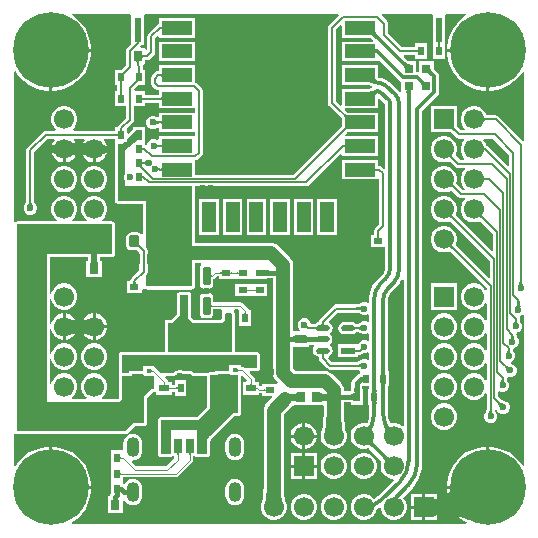
<source format=gtl>
G04*
G04 #@! TF.GenerationSoftware,Altium Limited,Altium Designer,24.10.1 (45)*
G04*
G04 Layer_Physical_Order=1*
G04 Layer_Color=255*
%FSLAX43Y43*%
%MOMM*%
G71*
G04*
G04 #@! TF.SameCoordinates,82C0A6C9-C4C8-43BB-9ED8-C2E15B313AAA*
G04*
G04*
G04 #@! TF.FilePolarity,Positive*
G04*
G01*
G75*
%ADD12C,0.300*%
%ADD20R,1.400X1.800*%
%ADD21R,0.700X1.200*%
%ADD22R,0.760X1.200*%
%ADD23R,0.800X1.200*%
%ADD24R,0.750X0.750*%
%ADD25R,0.550X2.000*%
G04:AMPARAMS|DCode=26|XSize=0.65mm|YSize=1.6mm|CornerRadius=0.114mm|HoleSize=0mm|Usage=FLASHONLY|Rotation=180.000|XOffset=0mm|YOffset=0mm|HoleType=Round|Shape=RoundedRectangle|*
%AMROUNDEDRECTD26*
21,1,0.650,1.373,0,0,180.0*
21,1,0.422,1.600,0,0,180.0*
1,1,0.228,-0.211,0.686*
1,1,0.228,0.211,0.686*
1,1,0.228,0.211,-0.686*
1,1,0.228,-0.211,-0.686*
%
%ADD26ROUNDEDRECTD26*%
%ADD27R,0.650X1.600*%
%ADD28R,2.540X1.143*%
%ADD29R,1.143X2.540*%
%ADD30R,1.156X0.536*%
G04:AMPARAMS|DCode=31|XSize=1.156mm|YSize=0.536mm|CornerRadius=0.268mm|HoleSize=0mm|Usage=FLASHONLY|Rotation=180.000|XOffset=0mm|YOffset=0mm|HoleType=Round|Shape=RoundedRectangle|*
%AMROUNDEDRECTD31*
21,1,1.156,0.000,0,0,180.0*
21,1,0.620,0.536,0,0,180.0*
1,1,0.536,-0.310,0.000*
1,1,0.536,0.310,0.000*
1,1,0.536,0.310,0.000*
1,1,0.536,-0.310,0.000*
%
%ADD31ROUNDEDRECTD31*%
%ADD32R,0.758X0.812*%
%ADD33R,0.500X0.800*%
%ADD34R,0.830X0.625*%
%ADD35R,0.800X0.900*%
G04:AMPARAMS|DCode=36|XSize=0.8mm|YSize=1mm|CornerRadius=0.1mm|HoleSize=0mm|Usage=FLASHONLY|Rotation=0.000|XOffset=0mm|YOffset=0mm|HoleType=Round|Shape=RoundedRectangle|*
%AMROUNDEDRECTD36*
21,1,0.800,0.800,0,0,0.0*
21,1,0.600,1.000,0,0,0.0*
1,1,0.200,0.300,-0.400*
1,1,0.200,-0.300,-0.400*
1,1,0.200,-0.300,0.400*
1,1,0.200,0.300,0.400*
%
%ADD36ROUNDEDRECTD36*%
%ADD37R,0.800X0.500*%
%ADD38R,0.900X0.800*%
%ADD39R,1.800X1.400*%
%ADD40R,0.812X0.758*%
G04:AMPARAMS|DCode=41|XSize=1.7mm|YSize=1.7mm|CornerRadius=0.85mm|HoleSize=0mm|Usage=FLASHONLY|Rotation=0.000|XOffset=0mm|YOffset=0mm|HoleType=Round|Shape=RoundedRectangle|*
%AMROUNDEDRECTD41*
21,1,1.700,0.000,0,0,0.0*
21,1,0.000,1.700,0,0,0.0*
1,1,1.700,0.000,0.000*
1,1,1.700,0.000,0.000*
1,1,1.700,0.000,0.000*
1,1,1.700,0.000,0.000*
%
%ADD41ROUNDEDRECTD41*%
%ADD42R,1.700X1.700*%
%ADD43R,1.700X1.700*%
G04:AMPARAMS|DCode=44|XSize=1.7mm|YSize=1.7mm|CornerRadius=0.85mm|HoleSize=0mm|Usage=FLASHONLY|Rotation=90.000|XOffset=0mm|YOffset=0mm|HoleType=Round|Shape=RoundedRectangle|*
%AMROUNDEDRECTD44*
21,1,1.700,0.000,0,0,90.0*
21,1,0.000,1.700,0,0,90.0*
1,1,1.700,0.000,0.000*
1,1,1.700,0.000,0.000*
1,1,1.700,0.000,0.000*
1,1,1.700,0.000,0.000*
%
%ADD44ROUNDEDRECTD44*%
%ADD45C,6.400*%
%ADD46C,1.000*%
%ADD50R,0.430X0.350*%
%ADD51R,1.100X1.250*%
%ADD52R,0.660X0.350*%
%ADD75C,0.400*%
%ADD76C,0.329*%
%ADD77C,1.200*%
%ADD78C,0.157*%
%ADD79C,0.180*%
%ADD80C,0.500*%
%ADD81C,1.000*%
%ADD82C,0.110*%
%ADD83C,0.157*%
%ADD84C,0.600*%
G04:AMPARAMS|DCode=85|XSize=1.1mm|YSize=1.7mm|CornerRadius=0.55mm|HoleSize=0mm|Usage=FLASHONLY|Rotation=0.000|XOffset=0mm|YOffset=0mm|HoleType=Round|Shape=RoundedRectangle|*
%AMROUNDEDRECTD85*
21,1,1.100,0.600,0,0,0.0*
21,1,0.000,1.700,0,0,0.0*
1,1,1.100,0.000,-0.300*
1,1,1.100,0.000,-0.300*
1,1,1.100,0.000,0.300*
1,1,1.100,0.000,0.300*
%
%ADD85ROUNDEDRECTD85*%
%ADD86C,0.600*%
G36*
X12900Y42263D02*
X12898Y42275D01*
X12894Y42287D01*
X12886Y42297D01*
X12876Y42306D01*
X12863Y42313D01*
X12846Y42319D01*
X12827Y42324D01*
X12805Y42327D01*
X12779Y42329D01*
X12751Y42330D01*
Y42487D01*
X12779Y42488D01*
X12805Y42490D01*
X12827Y42493D01*
X12846Y42498D01*
X12863Y42504D01*
X12876Y42511D01*
X12886Y42520D01*
X12894Y42530D01*
X12898Y42541D01*
X12900Y42554D01*
Y42263D01*
D02*
G37*
G36*
X27917Y43465D02*
X27099Y42646D01*
X27025Y42536D01*
X26999Y42407D01*
Y36046D01*
X27025Y35917D01*
X27099Y35807D01*
X28140Y34765D01*
X28151Y34754D01*
Y34064D01*
X28143Y34055D01*
X28075Y33987D01*
X28057Y33959D01*
X24050Y29953D01*
X15688D01*
Y31177D01*
X15765D01*
X15894Y31202D01*
X16004Y31276D01*
X16315Y31587D01*
X16389Y31697D01*
X16414Y31827D01*
Y37024D01*
X16389Y37153D01*
X16315Y37263D01*
X15875Y37704D01*
X15765Y37777D01*
X15688Y37793D01*
Y39234D01*
X12640D01*
Y38747D01*
X12617D01*
X12487Y38722D01*
X12377Y38648D01*
X12069Y38340D01*
X11996Y38230D01*
X11970Y38100D01*
Y37752D01*
X11996Y37623D01*
X12069Y37513D01*
X12357Y37224D01*
X12467Y37151D01*
X12597Y37125D01*
X12640D01*
Y36747D01*
X11479D01*
Y37062D01*
X10614D01*
X10585Y37189D01*
X10939Y37544D01*
X10951Y37555D01*
X11479D01*
Y38863D01*
X11314D01*
Y39124D01*
X11303Y39179D01*
X11394Y39306D01*
X11529D01*
Y39671D01*
X11685D01*
X11815Y39697D01*
X11925Y39770D01*
X12265Y40110D01*
X12338Y40220D01*
X12364Y40350D01*
Y41542D01*
X12522Y41700D01*
X12640Y41652D01*
Y41583D01*
X15688D01*
Y43234D01*
X12640D01*
Y42725D01*
X12621Y42722D01*
X12511Y42648D01*
X11785Y41922D01*
X11712Y41812D01*
X11686Y41682D01*
Y40586D01*
X11656Y40565D01*
X11529Y40633D01*
Y40714D01*
X11111D01*
X11063Y40831D01*
X11115Y40883D01*
X11188Y40993D01*
X11189Y40996D01*
X11404D01*
Y43504D01*
X11494Y43592D01*
X27865D01*
X27917Y43465D01*
D02*
G37*
G36*
X30921Y42270D02*
X30915Y42237D01*
X30920Y42197D01*
X30937Y42150D01*
X30966Y42096D01*
X31006Y42036D01*
X31057Y41968D01*
X31195Y41812D01*
X31281Y41723D01*
X31048Y41491D01*
X30959Y41578D01*
X30732Y41770D01*
X30670Y41811D01*
X30615Y41841D01*
X30567Y41858D01*
X30527Y41865D01*
X30493Y41860D01*
X30466Y41843D01*
X30939Y42296D01*
X30921Y42270D01*
D02*
G37*
G36*
X10995Y41252D02*
X10986Y41248D01*
X10979Y41241D01*
X10972Y41232D01*
X10966Y41221D01*
X10962Y41206D01*
X10958Y41189D01*
X10956Y41170D01*
X10954Y41148D01*
X10954Y41123D01*
X10796D01*
X10796Y41148D01*
X10792Y41189D01*
X10788Y41206D01*
X10784Y41221D01*
X10778Y41232D01*
X10771Y41241D01*
X10764Y41248D01*
X10755Y41252D01*
X10745Y41253D01*
X11005D01*
X10995Y41252D01*
D02*
G37*
G36*
X36517Y41254D02*
X36504Y41250D01*
X36492Y41242D01*
X36482Y41230D01*
X36473Y41216D01*
X36466Y41198D01*
X36461Y41178D01*
X36457Y41154D01*
X36454Y41126D01*
X36454Y41096D01*
X36296D01*
X36296Y41126D01*
X36293Y41154D01*
X36289Y41178D01*
X36284Y41198D01*
X36277Y41216D01*
X36268Y41230D01*
X36258Y41242D01*
X36246Y41250D01*
X36233Y41254D01*
X36218Y41256D01*
X36532D01*
X36517Y41254D01*
D02*
G37*
G36*
X36454Y40960D02*
X36457Y40932D01*
X36461Y40908D01*
X36466Y40888D01*
X36473Y40870D01*
X36482Y40856D01*
X36492Y40844D01*
X36504Y40836D01*
X36517Y40832D01*
X36532Y40830D01*
X36218D01*
X36233Y40832D01*
X36246Y40836D01*
X36258Y40844D01*
X36268Y40856D01*
X36277Y40870D01*
X36284Y40888D01*
X36289Y40908D01*
X36293Y40932D01*
X36296Y40960D01*
X36296Y40990D01*
X36454D01*
X36454Y40960D01*
D02*
G37*
G36*
X34631Y40279D02*
X34629Y40294D01*
X34625Y40307D01*
X34617Y40319D01*
X34605Y40329D01*
X34591Y40338D01*
X34573Y40345D01*
X34553Y40350D01*
X34529Y40354D01*
X34501Y40357D01*
X34471Y40358D01*
Y40515D01*
X34501Y40515D01*
X34529Y40518D01*
X34553Y40522D01*
X34573Y40527D01*
X34591Y40534D01*
X34605Y40543D01*
X34617Y40553D01*
X34625Y40565D01*
X34629Y40578D01*
X34631Y40593D01*
Y40279D01*
D02*
G37*
G36*
X30944Y40636D02*
X30951Y40627D01*
X30962Y40619D01*
X30977Y40612D01*
X30997Y40606D01*
X31021Y40601D01*
X31049Y40597D01*
X31120Y40592D01*
X31161Y40592D01*
Y40263D01*
X31120Y40262D01*
X31021Y40254D01*
X30997Y40249D01*
X30977Y40243D01*
X30962Y40236D01*
X30951Y40227D01*
X30944Y40218D01*
X30942Y40208D01*
Y40647D01*
X30944Y40636D01*
D02*
G37*
G36*
X11271Y40152D02*
X11275Y40139D01*
X11283Y40127D01*
X11295Y40117D01*
X11309Y40108D01*
X11327Y40101D01*
X11347Y40096D01*
X11371Y40092D01*
X11399Y40089D01*
X11429Y40088D01*
Y39931D01*
X11399Y39931D01*
X11371Y39928D01*
X11347Y39924D01*
X11327Y39919D01*
X11309Y39912D01*
X11295Y39903D01*
X11283Y39893D01*
X11275Y39881D01*
X11271Y39868D01*
X11269Y39853D01*
Y40167D01*
X11271Y40152D01*
D02*
G37*
G36*
X38718Y43469D02*
X38690Y43454D01*
X38250Y43135D01*
X37865Y42750D01*
X37546Y42310D01*
X37299Y41826D01*
X37131Y41309D01*
X37046Y40772D01*
Y40627D01*
X40500D01*
Y40500D01*
X40627D01*
Y37046D01*
X40772D01*
X41309Y37131D01*
X41826Y37299D01*
X42310Y37546D01*
X42750Y37865D01*
X43135Y38250D01*
X43454Y38690D01*
X43469Y38718D01*
X43592Y38689D01*
Y32912D01*
X43465Y32859D01*
X41417Y34908D01*
X41303Y34984D01*
X41169Y35011D01*
X41169Y35011D01*
X40389D01*
X40369Y35086D01*
X40223Y35338D01*
X40018Y35543D01*
X39766Y35689D01*
X39485Y35764D01*
X39195D01*
X38914Y35689D01*
X38662Y35543D01*
X38457Y35338D01*
X38311Y35086D01*
X38236Y34805D01*
Y34515D01*
X38311Y34234D01*
X38457Y33982D01*
X38582Y33856D01*
X38530Y33729D01*
X38227D01*
X37928Y34028D01*
X37904Y34054D01*
X37904Y34054D01*
Y34058D01*
X37906Y34068D01*
X37904Y34077D01*
Y35764D01*
X35696D01*
Y33556D01*
X37383D01*
X37392Y33554D01*
X37402Y33556D01*
X37405D01*
X37427Y33537D01*
X37833Y33131D01*
X37833Y33131D01*
X37947Y33055D01*
X38081Y33028D01*
X38081Y33028D01*
X38507D01*
X38560Y32901D01*
X38457Y32798D01*
X38311Y32546D01*
X38236Y32265D01*
Y31975D01*
X38311Y31694D01*
X38457Y31442D01*
X38541Y31358D01*
X38492Y31241D01*
X38176D01*
X37790Y31626D01*
X37829Y31694D01*
X37904Y31975D01*
Y32265D01*
X37829Y32546D01*
X37683Y32798D01*
X37478Y33003D01*
X37226Y33149D01*
X36945Y33224D01*
X36655D01*
X36374Y33149D01*
X36122Y33003D01*
X35917Y32798D01*
X35771Y32546D01*
X35696Y32265D01*
Y31975D01*
X35771Y31694D01*
X35917Y31442D01*
X36122Y31237D01*
X36374Y31091D01*
X36655Y31016D01*
X36945D01*
X37226Y31091D01*
X37294Y31130D01*
X37782Y30642D01*
X37782Y30642D01*
X37896Y30566D01*
X38030Y30539D01*
X38030Y30539D01*
X38558D01*
X38611Y30412D01*
X38457Y30258D01*
X38311Y30006D01*
X38236Y29725D01*
Y29435D01*
X38311Y29154D01*
X38457Y28902D01*
X38558Y28801D01*
X38511Y28690D01*
X38388Y28677D01*
X37846Y29219D01*
X37904Y29435D01*
Y29725D01*
X37829Y30006D01*
X37683Y30258D01*
X37478Y30463D01*
X37226Y30609D01*
X36945Y30684D01*
X36655D01*
X36374Y30609D01*
X36122Y30463D01*
X35917Y30258D01*
X35771Y30006D01*
X35696Y29725D01*
Y29435D01*
X35771Y29154D01*
X35917Y28902D01*
X36122Y28697D01*
X36374Y28551D01*
X36655Y28476D01*
X36945D01*
X37226Y28551D01*
X37435Y28672D01*
X38011Y28095D01*
X38121Y28022D01*
X38250Y27996D01*
X38555D01*
X38608Y27869D01*
X38457Y27718D01*
X38311Y27466D01*
X38236Y27185D01*
Y26895D01*
X38311Y26614D01*
X38457Y26362D01*
X38662Y26157D01*
X38914Y26011D01*
X39195Y25936D01*
X39485D01*
X39766Y26011D01*
X39844Y26056D01*
X40960Y24941D01*
Y23526D01*
X40842Y23477D01*
X37784Y26536D01*
X37829Y26614D01*
X37904Y26895D01*
Y27185D01*
X37829Y27466D01*
X37683Y27718D01*
X37478Y27923D01*
X37226Y28069D01*
X36945Y28144D01*
X36655D01*
X36374Y28069D01*
X36122Y27923D01*
X35917Y27718D01*
X35771Y27466D01*
X35696Y27185D01*
Y26895D01*
X35771Y26614D01*
X35917Y26362D01*
X36122Y26157D01*
X36374Y26011D01*
X36655Y25936D01*
X36945D01*
X37226Y26011D01*
X37304Y26056D01*
X40701Y22660D01*
Y21261D01*
X40583Y21213D01*
X37790Y24006D01*
X37829Y24074D01*
X37904Y24355D01*
Y24645D01*
X37829Y24926D01*
X37683Y25178D01*
X37478Y25383D01*
X37226Y25529D01*
X36945Y25604D01*
X36655D01*
X36374Y25529D01*
X36122Y25383D01*
X35917Y25178D01*
X35771Y24926D01*
X35696Y24645D01*
Y24355D01*
X35771Y24074D01*
X35917Y23822D01*
X36122Y23617D01*
X36374Y23471D01*
X36655Y23396D01*
X36945D01*
X37226Y23471D01*
X37294Y23510D01*
X40418Y20385D01*
Y20254D01*
X40292Y20220D01*
X40223Y20338D01*
X40018Y20543D01*
X39766Y20689D01*
X39485Y20764D01*
X39195D01*
X38914Y20689D01*
X38662Y20543D01*
X38457Y20338D01*
X38311Y20086D01*
X38236Y19805D01*
Y19515D01*
X38311Y19234D01*
X38457Y18982D01*
X38662Y18777D01*
X38914Y18631D01*
X39195Y18556D01*
X39485D01*
X39766Y18631D01*
X40018Y18777D01*
X40223Y18982D01*
X40292Y19100D01*
X40418Y19066D01*
Y17714D01*
X40292Y17680D01*
X40223Y17798D01*
X40018Y18003D01*
X39766Y18149D01*
X39485Y18224D01*
X39195D01*
X38914Y18149D01*
X38662Y18003D01*
X38457Y17798D01*
X38311Y17546D01*
X38236Y17265D01*
Y16975D01*
X38311Y16694D01*
X38457Y16442D01*
X38662Y16237D01*
X38914Y16091D01*
X39195Y16016D01*
X39485D01*
X39766Y16091D01*
X40018Y16237D01*
X40223Y16442D01*
X40292Y16560D01*
X40418Y16526D01*
Y15174D01*
X40292Y15140D01*
X40223Y15258D01*
X40018Y15463D01*
X39766Y15609D01*
X39485Y15684D01*
X39195D01*
X38914Y15609D01*
X38662Y15463D01*
X38457Y15258D01*
X38311Y15006D01*
X38236Y14725D01*
Y14435D01*
X38311Y14154D01*
X38457Y13902D01*
X38662Y13697D01*
X38914Y13551D01*
X39195Y13476D01*
X39485D01*
X39766Y13551D01*
X40018Y13697D01*
X40223Y13902D01*
X40292Y14020D01*
X40418Y13986D01*
Y12634D01*
X40292Y12600D01*
X40223Y12718D01*
X40018Y12923D01*
X39766Y13069D01*
X39485Y13144D01*
X39195D01*
X38914Y13069D01*
X38662Y12923D01*
X38457Y12718D01*
X38311Y12466D01*
X38236Y12185D01*
Y11895D01*
X38311Y11614D01*
X38457Y11362D01*
X38662Y11157D01*
X38914Y11011D01*
X39195Y10936D01*
X39485D01*
X39766Y11011D01*
X40018Y11157D01*
X40223Y11362D01*
X40292Y11480D01*
X40418Y11446D01*
Y10173D01*
X40415Y10098D01*
X40410Y10054D01*
X40403Y10012D01*
X40394Y9975D01*
X40384Y9943D01*
X40374Y9916D01*
X40362Y9894D01*
X40351Y9875D01*
X40332Y9850D01*
X40330Y9847D01*
X40300Y9816D01*
X40216Y9612D01*
Y9392D01*
X40300Y9188D01*
X40456Y9033D01*
X40659Y8948D01*
X40880D01*
X41083Y9033D01*
X41239Y9188D01*
X41324Y9392D01*
Y9612D01*
X41239Y9816D01*
X41208Y9847D01*
X41207Y9850D01*
X41188Y9876D01*
X41176Y9894D01*
X41165Y9917D01*
X41154Y9944D01*
X41144Y9976D01*
X41136Y10013D01*
X41129Y10051D01*
X41128Y10061D01*
X41150Y10089D01*
X41297Y10068D01*
X41330Y9986D01*
X41486Y9830D01*
X41690Y9746D01*
X41910D01*
X42114Y9830D01*
X42270Y9986D01*
X42354Y10190D01*
Y10410D01*
X42270Y10614D01*
X42114Y10770D01*
X41910Y10854D01*
X41866D01*
X41862Y10855D01*
X41826Y10860D01*
X41801Y10866D01*
X41774Y10875D01*
X41745Y10886D01*
X41715Y10902D01*
X41682Y10921D01*
X41651Y10942D01*
X41575Y11004D01*
X41379Y11201D01*
Y11568D01*
X41506Y11638D01*
X41657Y11575D01*
X41878D01*
X42081Y11659D01*
X42237Y11815D01*
X42322Y12019D01*
Y12239D01*
X42237Y12443D01*
X42162Y12518D01*
X42150Y12536D01*
X42140Y12546D01*
X42140Y12547D01*
X42137Y12552D01*
X42131Y12564D01*
X42125Y12583D01*
X42119Y12609D01*
X42114Y12638D01*
X42107Y12722D01*
Y12776D01*
X42107Y12776D01*
X42105Y12785D01*
X42216Y12877D01*
X42290Y12846D01*
X42510D01*
X42714Y12930D01*
X42870Y13086D01*
X42954Y13290D01*
Y13510D01*
X42870Y13714D01*
X42714Y13870D01*
X42510Y13954D01*
X42477D01*
X42457Y13979D01*
X42468Y14080D01*
X42490Y14129D01*
X42600Y14174D01*
X42755Y14330D01*
X42840Y14534D01*
Y14754D01*
X42755Y14958D01*
X42660Y15053D01*
X42653Y15064D01*
X42649Y15067D01*
X42646Y15070D01*
X42646Y15071D01*
X42645Y15073D01*
X42640Y15087D01*
X42635Y15109D01*
X42631Y15135D01*
X42629Y15158D01*
X42706Y15285D01*
X42910Y15370D01*
X43065Y15525D01*
X43150Y15729D01*
Y15950D01*
X43065Y16153D01*
X42954Y16264D01*
X42954Y16265D01*
X42946Y16363D01*
Y16420D01*
X42941Y16448D01*
X43000Y16575D01*
X43203Y16659D01*
X43359Y16815D01*
X43444Y17018D01*
Y17239D01*
X43359Y17443D01*
X43274Y17527D01*
X43264Y17543D01*
X43264Y17543D01*
X43263Y17543D01*
X43263Y17544D01*
X43261Y17549D01*
X43256Y17566D01*
X43251Y17592D01*
X43246Y17622D01*
X43240Y17701D01*
Y17763D01*
X43240Y17764D01*
X43218Y17874D01*
X43218Y17907D01*
X43280Y18027D01*
X43423Y18086D01*
X43465Y18128D01*
X43592Y18076D01*
Y5311D01*
X43469Y5282D01*
X43454Y5310D01*
X43135Y5750D01*
X42750Y6135D01*
X42310Y6454D01*
X41826Y6701D01*
X41309Y6869D01*
X40772Y6954D01*
X40627D01*
Y3500D01*
X40500D01*
Y3373D01*
X37046D01*
Y3228D01*
X37103Y2868D01*
X37122Y2883D01*
X37229Y3020D01*
X37289Y3175D01*
X37304Y3348D01*
X38896Y731D01*
X38701Y827D01*
X38464Y913D01*
X38187Y989D01*
X38111Y1004D01*
X38250Y865D01*
X38690Y546D01*
X38718Y531D01*
X38689Y408D01*
X5311D01*
X5282Y531D01*
X5310Y546D01*
X5750Y865D01*
X6135Y1250D01*
X6454Y1690D01*
X6701Y2174D01*
X6869Y2691D01*
X6954Y3228D01*
Y3373D01*
X3500D01*
Y3500D01*
X3373D01*
Y6954D01*
X3228D01*
X2691Y6869D01*
X2174Y6701D01*
X1690Y6454D01*
X1250Y6135D01*
X865Y5750D01*
X546Y5310D01*
X531Y5282D01*
X408Y5311D01*
Y7986D01*
X449Y8015D01*
X535Y8042D01*
X595Y8002D01*
X694Y7982D01*
X9804D01*
X9903Y8002D01*
X9987Y8058D01*
X10617Y8688D01*
X11402D01*
X11501Y8708D01*
X11585Y8764D01*
X11641Y8848D01*
X11661Y8947D01*
Y9868D01*
Y11091D01*
X11665Y11093D01*
X12140Y11569D01*
X12215D01*
X12314Y11589D01*
X12337Y11604D01*
X12464Y11536D01*
Y11307D01*
X13802D01*
Y11559D01*
X13994D01*
Y11260D01*
X15002D01*
Y12568D01*
X13994D01*
Y12200D01*
X13977Y12189D01*
X13802D01*
Y12440D01*
X13448D01*
X13424Y12560D01*
X13356Y12662D01*
X13182Y12836D01*
X13230Y12954D01*
X13958D01*
X14057Y12974D01*
X14141Y13030D01*
X14172Y13075D01*
X14271Y13175D01*
X14380Y13219D01*
X14497D01*
X14620Y13169D01*
X14632Y13157D01*
X14642Y13153D01*
X14649Y13148D01*
X14660Y13145D01*
X14671Y13137D01*
X14699Y13132D01*
X14727Y13121D01*
X14727Y13121D01*
X14737Y13121D01*
X14745Y13119D01*
X14767Y13116D01*
X14822Y13111D01*
X14829Y13112D01*
X14836Y13110D01*
X14899Y13107D01*
X14905Y13108D01*
X14911Y13107D01*
X15218D01*
X15320Y13087D01*
X15406Y13029D01*
X15408Y13026D01*
X15492Y12970D01*
X15591Y12951D01*
X16769D01*
Y10328D01*
X15900Y9459D01*
X12823D01*
X12724Y9439D01*
X12640Y9383D01*
X12584Y9299D01*
X12564Y9200D01*
Y6331D01*
X12584Y6232D01*
X12621Y6176D01*
Y6126D01*
X12673D01*
X12724Y6091D01*
X12823Y6072D01*
X13665D01*
X13764Y6091D01*
X13815Y6126D01*
X13960D01*
Y5987D01*
X13263Y5290D01*
X10762D01*
X10382Y5671D01*
X10441Y5791D01*
X10455Y5789D01*
X10665Y5817D01*
X10860Y5898D01*
X11028Y6027D01*
X11157Y6195D01*
X11238Y6390D01*
X11266Y6600D01*
Y7200D01*
X11238Y7410D01*
X11157Y7605D01*
X11028Y7773D01*
X10860Y7902D01*
X10665Y7983D01*
X10455Y8011D01*
X10245Y7983D01*
X10050Y7902D01*
X9882Y7773D01*
X9753Y7605D01*
X9672Y7410D01*
X9644Y7200D01*
Y6741D01*
X9596Y6634D01*
X8588D01*
Y5326D01*
X8588D01*
Y5322D01*
X8588D01*
Y4136D01*
X8588Y4014D01*
X8588Y3887D01*
Y2944D01*
X8558Y2899D01*
X8528Y2747D01*
X8332D01*
Y1339D01*
X9640D01*
Y2341D01*
X9696Y2368D01*
X9767Y2376D01*
X9882Y2227D01*
X10050Y2098D01*
X10245Y2017D01*
X10455Y1989D01*
X10665Y2017D01*
X10860Y2098D01*
X11028Y2227D01*
X11157Y2395D01*
X11238Y2590D01*
X11266Y2800D01*
Y3400D01*
X11238Y3610D01*
X11157Y3805D01*
X11028Y3973D01*
X10860Y4102D01*
X10665Y4183D01*
X10455Y4211D01*
X10245Y4183D01*
X10050Y4102D01*
X9882Y3973D01*
X9753Y3805D01*
X9723Y3797D01*
X9596Y3879D01*
X9596Y4009D01*
X9596Y4136D01*
Y4353D01*
X14091D01*
X14211Y4377D01*
X14313Y4445D01*
X15498Y5629D01*
X15566Y5732D01*
X15590Y5852D01*
Y6126D01*
X15728D01*
X15780Y6091D01*
X15879Y6072D01*
X16717D01*
X16816Y6091D01*
X16868Y6126D01*
X16929D01*
Y6191D01*
X16956Y6232D01*
X16976Y6331D01*
Y7459D01*
X17054Y7537D01*
X17100Y7605D01*
X17168Y7651D01*
X19071Y9554D01*
X19347D01*
X19446Y9574D01*
X19518Y9622D01*
X19555D01*
Y9667D01*
X19586Y9714D01*
X19606Y9813D01*
Y12892D01*
X19733Y12945D01*
X20111Y12567D01*
X20058Y12440D01*
X19805D01*
Y11307D01*
X21143D01*
Y11459D01*
X21412D01*
Y11270D01*
X22276D01*
X22324Y11153D01*
X21777Y10605D01*
X21640Y10427D01*
X21590Y10305D01*
X21554Y10219D01*
X21525Y9996D01*
Y3507D01*
X21520Y3230D01*
X21498Y2886D01*
X21463Y2607D01*
X21442Y2499D01*
X21418Y2407D01*
X21394Y2335D01*
X21375Y2293D01*
X21357Y2263D01*
X21282Y1982D01*
Y1691D01*
X21357Y1410D01*
X21503Y1159D01*
X21708Y953D01*
X21960Y808D01*
X22241Y733D01*
X22531D01*
X22812Y808D01*
X23064Y953D01*
X23269Y1159D01*
X23415Y1410D01*
X23490Y1691D01*
Y1982D01*
X23415Y2263D01*
X23397Y2293D01*
X23378Y2335D01*
X23355Y2403D01*
X23308Y2613D01*
X23290Y2733D01*
X23247Y3421D01*
Y9640D01*
X23976Y10368D01*
X23986Y10381D01*
X24077Y10455D01*
Y10455D01*
X24077Y10455D01*
X24307D01*
X24310Y10454D01*
X24317Y10455D01*
X24324D01*
X24334Y10453D01*
X24344Y10455D01*
X26330D01*
X26340Y10453D01*
X26350Y10455D01*
X26357D01*
X26365Y10454D01*
X26367Y10455D01*
X26597D01*
X26605Y10331D01*
Y9530D01*
X26599Y9250D01*
X26577Y8907D01*
X26541Y8628D01*
X26519Y8518D01*
X26495Y8425D01*
X26470Y8352D01*
X26449Y8307D01*
X26431Y8276D01*
X26356Y7995D01*
Y7705D01*
X26431Y7424D01*
X26577Y7172D01*
X26782Y6967D01*
X27034Y6821D01*
X27315Y6746D01*
X27605D01*
X27886Y6821D01*
X28138Y6967D01*
X28343Y7172D01*
X28489Y7424D01*
X28564Y7705D01*
Y7995D01*
X28489Y8276D01*
X28472Y8306D01*
X28453Y8346D01*
X28430Y8415D01*
X28407Y8506D01*
X28388Y8607D01*
X28327Y9429D01*
Y10696D01*
X28857D01*
X28882Y10694D01*
X28913Y10689D01*
Y10505D01*
X29160D01*
X29170Y10503D01*
X29180Y10505D01*
X29192D01*
X29198Y10505D01*
X29199Y10505D01*
X29921D01*
Y11541D01*
X29923Y11548D01*
X29922Y11552D01*
X29923Y11556D01*
X29921Y11566D01*
Y11813D01*
X29881D01*
X29880Y11834D01*
Y12059D01*
X30488D01*
Y11813D01*
X30413D01*
Y11566D01*
X30411Y11556D01*
X30413Y11546D01*
Y10772D01*
X30411Y10762D01*
X30413Y10752D01*
Y10505D01*
X30488D01*
Y9817D01*
X30492Y9798D01*
X30453Y9404D01*
X30334Y9011D01*
X30333Y9009D01*
X30301Y8952D01*
X30280Y8918D01*
X30145Y8954D01*
X29855D01*
X29574Y8879D01*
X29322Y8733D01*
X29117Y8528D01*
X28971Y8276D01*
X28896Y7995D01*
Y7705D01*
X28971Y7424D01*
X29117Y7172D01*
X29322Y6967D01*
X29574Y6821D01*
X29855Y6746D01*
X30145D01*
X30418Y6819D01*
X30442Y6801D01*
X30462Y6784D01*
X31474Y5772D01*
X31491Y5752D01*
X31509Y5728D01*
X31436Y5455D01*
Y5165D01*
X31511Y4884D01*
X31657Y4632D01*
X31862Y4427D01*
X32114Y4281D01*
X32395Y4206D01*
X32517D01*
X32570Y4079D01*
X31313Y2822D01*
X31245Y2777D01*
X31238Y2765D01*
X31003Y2572D01*
X30889Y2514D01*
X30684Y2720D01*
X30432Y2865D01*
X30151Y2941D01*
X29861D01*
X29580Y2865D01*
X29328Y2720D01*
X29123Y2514D01*
X28977Y2263D01*
X28902Y1982D01*
Y1691D01*
X28977Y1410D01*
X29123Y1159D01*
X29328Y953D01*
X29580Y808D01*
X29861Y733D01*
X30151D01*
X30432Y808D01*
X30684Y953D01*
X30889Y1159D01*
X31035Y1410D01*
X31100Y1655D01*
X31333Y1779D01*
X31442Y1714D01*
Y1691D01*
X31517Y1410D01*
X31663Y1159D01*
X31868Y953D01*
X32120Y808D01*
X32401Y733D01*
X32691D01*
X32972Y808D01*
X33224Y953D01*
X33429Y1159D01*
X33575Y1410D01*
X33650Y1691D01*
Y1982D01*
X33575Y2263D01*
X33429Y2514D01*
X33324Y2620D01*
X34071Y3368D01*
X34072Y3368D01*
X34073Y3368D01*
X34097Y3396D01*
X34153Y3462D01*
X34153Y3462D01*
X34378Y3725D01*
X34623Y4126D01*
X34803Y4561D01*
X34913Y5018D01*
X34950Y5487D01*
X34949D01*
Y35360D01*
X36258Y36670D01*
X36351Y36808D01*
X36383Y36971D01*
X36383Y36971D01*
Y38315D01*
X36383Y38315D01*
X36351Y38479D01*
X36258Y38617D01*
X36258Y38617D01*
X36047Y38828D01*
X35995Y38885D01*
X35959Y38929D01*
X35944Y38951D01*
Y39041D01*
X35946Y39051D01*
X35944Y39060D01*
Y39586D01*
X34686D01*
Y38727D01*
X34588Y38647D01*
X34543Y38655D01*
X34444D01*
Y39586D01*
X33808D01*
X33790Y39598D01*
X33701Y39674D01*
X33396Y39980D01*
X33444Y40097D01*
X34371D01*
Y39782D01*
X35379D01*
Y41090D01*
X34371D01*
Y40775D01*
X33234D01*
X32098Y41911D01*
Y42758D01*
X32072Y42888D01*
X31999Y42998D01*
X31532Y43465D01*
X31584Y43592D01*
X35756D01*
X35846Y43504D01*
X35846Y43465D01*
Y40996D01*
X35871D01*
Y39782D01*
X36879D01*
Y40996D01*
X36904D01*
Y43465D01*
X36904Y43504D01*
X36994Y43592D01*
X38689D01*
X38718Y43469D01*
D02*
G37*
G36*
X11017Y39564D02*
X11004Y39560D01*
X10992Y39552D01*
X10982Y39540D01*
X10973Y39526D01*
X10966Y39508D01*
X10961Y39488D01*
X10957Y39464D01*
X10954Y39436D01*
X10954Y39406D01*
X10796D01*
X10796Y39436D01*
X10793Y39464D01*
X10789Y39488D01*
X10784Y39508D01*
X10777Y39526D01*
X10768Y39540D01*
X10758Y39552D01*
X10746Y39560D01*
X10733Y39564D01*
X10718Y39566D01*
X11032D01*
X11017Y39564D01*
D02*
G37*
G36*
X10346Y43504D02*
Y41073D01*
X9960Y40688D01*
X9887Y40578D01*
X9861Y40448D01*
Y39225D01*
X9512Y38875D01*
X9501Y38865D01*
X9500Y38865D01*
X9490Y38863D01*
X8971D01*
Y37555D01*
X9136D01*
Y37062D01*
X8971D01*
Y35754D01*
X9886D01*
Y34776D01*
X9235Y34126D01*
X9162Y34016D01*
X9161Y34013D01*
X8971D01*
Y33698D01*
X5439D01*
X5386Y33825D01*
X5543Y33982D01*
X5689Y34234D01*
X5764Y34515D01*
Y34805D01*
X5689Y35086D01*
X5543Y35338D01*
X5338Y35543D01*
X5086Y35689D01*
X4805Y35764D01*
X4515D01*
X4234Y35689D01*
X3982Y35543D01*
X3777Y35338D01*
X3631Y35086D01*
X3556Y34805D01*
Y34515D01*
X3631Y34234D01*
X3777Y33982D01*
X3934Y33825D01*
X3881Y33698D01*
X3103D01*
X2973Y33672D01*
X2863Y33599D01*
X1529Y32265D01*
X1455Y32155D01*
X1430Y32025D01*
Y27800D01*
X1426Y27754D01*
X1421Y27710D01*
X1413Y27669D01*
X1404Y27633D01*
X1393Y27600D01*
X1381Y27572D01*
X1368Y27547D01*
X1354Y27525D01*
X1332Y27496D01*
X1330Y27492D01*
X1299Y27461D01*
X1215Y27257D01*
Y27037D01*
X1299Y26833D01*
X1455Y26677D01*
X1658Y26593D01*
X1879D01*
X2082Y26677D01*
X2238Y26833D01*
X2323Y27037D01*
Y27257D01*
X2238Y27461D01*
X2207Y27492D01*
X2205Y27496D01*
X2183Y27525D01*
X2169Y27547D01*
X2156Y27572D01*
X2145Y27600D01*
X2134Y27633D01*
X2124Y27669D01*
X2117Y27706D01*
X2108Y27804D01*
Y31885D01*
X3243Y33020D01*
X3819D01*
X3872Y32893D01*
X3777Y32798D01*
X3631Y32546D01*
X3603Y32440D01*
X3670Y32447D01*
X3774Y32468D01*
X3861Y32495D01*
X3932Y32527D01*
X3988Y32566D01*
X4027Y32611D01*
X4051Y32661D01*
X4059Y32718D01*
Y32247D01*
X4660D01*
X5764D01*
Y32265D01*
X5689Y32546D01*
X5543Y32798D01*
X5448Y32893D01*
X5501Y33020D01*
X6359D01*
X6412Y32893D01*
X6317Y32798D01*
X6171Y32546D01*
X6096Y32265D01*
Y32247D01*
X7200D01*
X7836D01*
Y32675D01*
X7844Y32626D01*
X7867Y32583D01*
X7904Y32545D01*
X7958Y32512D01*
X8026Y32484D01*
X8109Y32461D01*
X8208Y32443D01*
X8258Y32437D01*
X8229Y32546D01*
X8083Y32798D01*
X7988Y32893D01*
X8041Y33020D01*
X8971D01*
Y32730D01*
X8968Y32724D01*
X8954Y32703D01*
X8954Y32702D01*
X8954Y32702D01*
X8949Y32677D01*
X8940Y32654D01*
Y32654D01*
X8939Y32653D01*
X8935Y32629D01*
Y32628D01*
X8935Y32603D01*
X8930Y32578D01*
Y27784D01*
X8935Y27759D01*
X8935Y27733D01*
X8937Y27727D01*
X8937Y27721D01*
X8937Y27721D01*
X8946Y27703D01*
X8949Y27685D01*
X8951Y27681D01*
X8951Y27681D01*
X8957Y27667D01*
X8969Y27649D01*
X8973Y27640D01*
X8975Y27637D01*
X8979Y27633D01*
X8980Y27629D01*
X8986Y27625D01*
X9013Y27583D01*
X9013Y27583D01*
X9013Y27583D01*
X9060Y27552D01*
X9067Y27545D01*
X9070Y27543D01*
X9079Y27539D01*
X9097Y27527D01*
X9112Y27521D01*
X9112Y27521D01*
X9115Y27519D01*
X9140Y27514D01*
X9164Y27504D01*
X9189Y27504D01*
X9214Y27499D01*
X11303D01*
Y24958D01*
X11176Y24919D01*
X11126Y24994D01*
X11009Y25072D01*
X10871Y25100D01*
X10271D01*
X10133Y25072D01*
X10016Y24994D01*
X9938Y24877D01*
X9910Y24739D01*
Y23939D01*
X9938Y23801D01*
X10016Y23684D01*
X10133Y23605D01*
X10271Y23578D01*
X10836D01*
X11024Y23390D01*
Y21895D01*
X10351Y21222D01*
X10275Y21108D01*
X10248Y20975D01*
X9945D01*
Y19967D01*
X11253D01*
Y20242D01*
X11357Y20318D01*
X11417Y20287D01*
X11417Y20287D01*
X11563D01*
X11563Y20287D01*
X11580Y20279D01*
X11589Y20274D01*
X11591Y20273D01*
X11593Y20272D01*
X11597Y20270D01*
X11611Y20268D01*
X11627Y20262D01*
X11631D01*
X11636Y20260D01*
X11642Y20259D01*
X11662Y20255D01*
X11683D01*
X11688Y20254D01*
X11692D01*
X11713Y20250D01*
X14012Y20250D01*
X14809Y20250D01*
X15447D01*
X15472Y20255D01*
X15497Y20255D01*
X15503Y20257D01*
X15510Y20258D01*
X15510Y20258D01*
X15527Y20266D01*
X15546Y20270D01*
X15549Y20272D01*
X15549Y20272D01*
X15563Y20278D01*
X15581Y20290D01*
X15591Y20294D01*
X15594Y20296D01*
X15597Y20299D01*
X15601Y20301D01*
X15605Y20306D01*
X15647Y20334D01*
X15647Y20334D01*
X15647Y20334D01*
X15678Y20380D01*
X15685Y20387D01*
X15688Y20391D01*
X15691Y20400D01*
X15703Y20418D01*
X15709Y20432D01*
X15709Y20432D01*
X15711Y20435D01*
X15716Y20460D01*
X15726Y20484D01*
X15726Y20510D01*
X15731Y20535D01*
Y22489D01*
X16224D01*
X16262Y22362D01*
X16225Y22337D01*
X16144Y22215D01*
X16115Y22072D01*
Y20699D01*
X16144Y20556D01*
X16225Y20434D01*
X16347Y20353D01*
X16490Y20324D01*
X16913D01*
X17056Y20353D01*
X17178Y20434D01*
X17259Y20556D01*
X17288Y20699D01*
Y21104D01*
X17376Y21163D01*
X17574Y21361D01*
X17717D01*
Y21171D01*
X19025D01*
Y21171D01*
X19131D01*
Y21171D01*
X20418D01*
X20439Y21171D01*
X20545D01*
X20566Y21171D01*
X21580D01*
X21588Y21170D01*
X21592Y21170D01*
X21596Y21169D01*
X21605Y21171D01*
X21853D01*
Y21211D01*
X21873Y21213D01*
X22323D01*
Y16069D01*
Y13183D01*
X22353Y12960D01*
X22388Y12874D01*
X22439Y12752D01*
X22576Y12574D01*
X22761Y12388D01*
X22692Y12278D01*
X21412D01*
Y12089D01*
X21246D01*
X21239Y12096D01*
X21143Y12160D01*
Y12440D01*
X20789D01*
Y12649D01*
X20765Y12770D01*
X20697Y12872D01*
X20352Y13216D01*
X20401Y13334D01*
X21001D01*
X21100Y13353D01*
X21184Y13410D01*
X21240Y13494D01*
X21260Y13593D01*
Y14688D01*
X21240Y14787D01*
X21184Y14871D01*
X21100Y14927D01*
X21001Y14947D01*
X19110D01*
X19092Y14968D01*
Y18128D01*
X19072Y18227D01*
X19016Y18311D01*
X18987Y18340D01*
X18987Y18482D01*
X19077Y18570D01*
X19389D01*
X19479Y18482D01*
Y17174D01*
X20487D01*
Y18482D01*
X20286D01*
X20274Y18544D01*
X20206Y18646D01*
X19744Y19108D01*
X19641Y19176D01*
X19521Y19200D01*
X17288D01*
Y19572D01*
X17259Y19715D01*
X17178Y19837D01*
X17056Y19918D01*
X16913Y19947D01*
X16490D01*
X16347Y19918D01*
X16225Y19837D01*
X16144Y19715D01*
X16115Y19572D01*
Y18199D01*
X16144Y18056D01*
X16225Y17934D01*
X16347Y17853D01*
X16490Y17824D01*
X16913D01*
X17056Y17853D01*
X17178Y17934D01*
X17259Y18056D01*
X17288Y18199D01*
Y18570D01*
X17889D01*
X17979Y18482D01*
X17979Y18443D01*
Y18163D01*
X17974Y18138D01*
Y17756D01*
X17880Y17662D01*
X15649D01*
X15428Y17883D01*
Y18182D01*
X15424Y18199D01*
Y19572D01*
X15428Y19589D01*
Y19777D01*
X15408Y19876D01*
X15381Y19917D01*
Y19939D01*
X15366D01*
X15352Y19960D01*
X15268Y20016D01*
X15169Y20036D01*
X14440D01*
X14341Y20016D01*
X14257Y19960D01*
X14243Y19939D01*
X14223D01*
Y19909D01*
X14201Y19876D01*
X14181Y19777D01*
Y18156D01*
X13687Y17662D01*
X13428D01*
X13329Y17643D01*
X13320Y17636D01*
X13208D01*
Y17531D01*
X13189Y17502D01*
X13169Y17403D01*
Y14968D01*
X13151Y14947D01*
X9507D01*
X9408Y14927D01*
X9324Y14871D01*
X9268Y14787D01*
X9248Y14688D01*
Y13224D01*
X9250Y13211D01*
X9249Y13198D01*
X9260Y13162D01*
X9268Y13125D01*
X9275Y13114D01*
X9279Y13102D01*
X9293Y13084D01*
X9275Y13058D01*
X9255Y12959D01*
Y11105D01*
X9165Y11014D01*
X7877D01*
X7844Y11137D01*
X7878Y11157D01*
X8083Y11362D01*
X8229Y11614D01*
X8304Y11895D01*
Y12185D01*
X8229Y12466D01*
X8083Y12718D01*
X7878Y12923D01*
X7626Y13069D01*
X7345Y13144D01*
X7055D01*
X6774Y13069D01*
X6522Y12923D01*
X6317Y12718D01*
X6171Y12466D01*
X6096Y12185D01*
Y11895D01*
X6171Y11614D01*
X6317Y11362D01*
X6522Y11157D01*
X6556Y11137D01*
X6523Y11014D01*
X5337D01*
X5304Y11137D01*
X5338Y11157D01*
X5543Y11362D01*
X5689Y11614D01*
X5764Y11895D01*
Y12185D01*
X5689Y12466D01*
X5543Y12718D01*
X5338Y12923D01*
X5086Y13069D01*
X4805Y13144D01*
X4515D01*
X4234Y13069D01*
X3982Y12923D01*
X3777Y12718D01*
X3631Y12466D01*
X3568Y12232D01*
X3441Y12249D01*
Y14371D01*
X3568Y14388D01*
X3631Y14154D01*
X3777Y13902D01*
X3982Y13697D01*
X4234Y13551D01*
X4515Y13476D01*
X4805D01*
X5086Y13551D01*
X5338Y13697D01*
X5543Y13902D01*
X5689Y14154D01*
X5764Y14435D01*
Y14725D01*
X5689Y15006D01*
X5543Y15258D01*
X5338Y15463D01*
X5086Y15609D01*
X4805Y15684D01*
X4515D01*
X4234Y15609D01*
X3982Y15463D01*
X3777Y15258D01*
X3631Y15006D01*
X3568Y14772D01*
X3441Y14789D01*
Y16911D01*
X3568Y16928D01*
X3631Y16694D01*
X3777Y16442D01*
X3982Y16237D01*
X4234Y16091D01*
X4515Y16016D01*
X4533D01*
Y17120D01*
Y18224D01*
X4515D01*
X4234Y18149D01*
X3982Y18003D01*
X3777Y17798D01*
X3631Y17546D01*
X3568Y17312D01*
X3441Y17329D01*
Y19451D01*
X3568Y19468D01*
X3631Y19234D01*
X3777Y18982D01*
X3982Y18777D01*
X4234Y18631D01*
X4515Y18556D01*
X4805D01*
X5086Y18631D01*
X5338Y18777D01*
X5543Y18982D01*
X5689Y19234D01*
X5764Y19515D01*
Y19805D01*
X5689Y20086D01*
X5543Y20338D01*
X5338Y20543D01*
X5086Y20689D01*
X4805Y20764D01*
X4515D01*
X4234Y20689D01*
X3982Y20543D01*
X3777Y20338D01*
X3631Y20086D01*
X3568Y19852D01*
X3441Y19869D01*
Y22986D01*
X6686D01*
Y22797D01*
X6685Y22777D01*
X6678Y22718D01*
X6673Y22690D01*
X6515D01*
Y22443D01*
X6513Y22433D01*
X6515Y22424D01*
Y21282D01*
X7823D01*
Y22424D01*
X7825Y22433D01*
X7823Y22443D01*
Y22690D01*
X7722D01*
X7714Y22800D01*
Y22986D01*
X8681D01*
X8780Y23005D01*
X8864Y23061D01*
X8920Y23146D01*
X8940Y23245D01*
Y25763D01*
X8920Y25862D01*
X8864Y25946D01*
X8780Y26002D01*
X8681Y26022D01*
X7890D01*
X7857Y26145D01*
X7878Y26157D01*
X8083Y26362D01*
X8229Y26614D01*
X8304Y26895D01*
Y27185D01*
X8229Y27466D01*
X8083Y27718D01*
X7878Y27923D01*
X7626Y28069D01*
X7345Y28144D01*
X7055D01*
X6774Y28069D01*
X6522Y27923D01*
X6317Y27718D01*
X6171Y27466D01*
X6096Y27185D01*
Y26895D01*
X6171Y26614D01*
X6317Y26362D01*
X6522Y26157D01*
X6543Y26145D01*
X6510Y26022D01*
X5350D01*
X5317Y26145D01*
X5338Y26157D01*
X5543Y26362D01*
X5689Y26614D01*
X5764Y26895D01*
Y27185D01*
X5689Y27466D01*
X5543Y27718D01*
X5338Y27923D01*
X5086Y28069D01*
X4805Y28144D01*
X4515D01*
X4234Y28069D01*
X3982Y27923D01*
X3777Y27718D01*
X3631Y27466D01*
X3556Y27185D01*
Y26895D01*
X3631Y26614D01*
X3777Y26362D01*
X3982Y26157D01*
X4003Y26145D01*
X3970Y26022D01*
X694D01*
X595Y26002D01*
X535Y25962D01*
X449Y25990D01*
X408Y26018D01*
Y38689D01*
X531Y38718D01*
X546Y38690D01*
X865Y38250D01*
X1250Y37865D01*
X1690Y37546D01*
X2174Y37299D01*
X2691Y37131D01*
X3228Y37046D01*
X3373D01*
Y40500D01*
X3500D01*
Y40627D01*
X6954D01*
Y40772D01*
X6869Y41309D01*
X6701Y41826D01*
X6454Y42310D01*
X6135Y42750D01*
X5750Y43135D01*
X5310Y43454D01*
X5282Y43469D01*
X5311Y43592D01*
X10256D01*
X10346Y43504D01*
D02*
G37*
G36*
X33511Y39496D02*
X33632Y39393D01*
X33686Y39356D01*
X33735Y39327D01*
X33779Y39308D01*
X33818Y39299D01*
X33853Y39298D01*
X33883Y39307D01*
X33909Y39326D01*
X33446Y38863D01*
X33464Y38888D01*
X33473Y38918D01*
X33473Y38953D01*
X33463Y38993D01*
X33444Y39037D01*
X33416Y39086D01*
X33378Y39140D01*
X33332Y39198D01*
X33210Y39329D01*
X33443Y39562D01*
X33511Y39496D01*
D02*
G37*
G36*
X11054Y38733D02*
X11057Y38707D01*
X11061Y38683D01*
X11066Y38663D01*
X11073Y38645D01*
X11082Y38631D01*
X11092Y38620D01*
X11104Y38612D01*
X11117Y38608D01*
X11132Y38606D01*
X10818D01*
X10833Y38608D01*
X10846Y38612D01*
X10858Y38620D01*
X10868Y38631D01*
X10877Y38645D01*
X10884Y38663D01*
X10889Y38683D01*
X10893Y38707D01*
X10896Y38733D01*
X10896Y38763D01*
X11054D01*
X11054Y38733D01*
D02*
G37*
G36*
X9833Y38606D02*
X9802Y38574D01*
X9753Y38516D01*
X9735Y38491D01*
X9722Y38467D01*
X9713Y38446D01*
X9709Y38427D01*
Y38411D01*
X9713Y38396D01*
X9722Y38384D01*
X9500Y38606D01*
X9512Y38597D01*
X9527Y38593D01*
X9543D01*
X9562Y38597D01*
X9583Y38606D01*
X9606Y38619D01*
X9632Y38637D01*
X9660Y38659D01*
X9722Y38717D01*
X9833Y38606D01*
D02*
G37*
G36*
X35668Y39025D02*
X35659Y38995D01*
Y38960D01*
X35668Y38920D01*
X35687Y38876D01*
X35715Y38827D01*
X35752Y38774D01*
X35798Y38715D01*
X35920Y38585D01*
X35687Y38352D01*
X35619Y38417D01*
X35498Y38520D01*
X35444Y38557D01*
X35395Y38585D01*
X35351Y38604D01*
X35312Y38613D01*
X35277D01*
X35246Y38604D01*
X35221Y38585D01*
X35687Y39051D01*
X35668Y39025D01*
D02*
G37*
G36*
X12900Y38251D02*
X12898Y38266D01*
X12893Y38280D01*
X12885Y38291D01*
X12874Y38302D01*
X12860Y38310D01*
X12842Y38317D01*
X12821Y38323D01*
X12797Y38327D01*
X12770Y38329D01*
X12740Y38330D01*
Y38487D01*
X12770Y38488D01*
X12797Y38490D01*
X12821Y38494D01*
X12842Y38499D01*
X12860Y38507D01*
X12874Y38515D01*
X12885Y38525D01*
X12893Y38537D01*
X12898Y38551D01*
X12900Y38565D01*
Y38251D01*
D02*
G37*
G36*
X10950Y37815D02*
X10938Y37824D01*
X10924Y37828D01*
X10907Y37828D01*
X10889Y37823D01*
X10868Y37814D01*
X10844Y37800D01*
X10819Y37782D01*
X10791Y37760D01*
X10728Y37701D01*
X10617Y37812D01*
X10648Y37845D01*
X10698Y37903D01*
X10716Y37928D01*
X10730Y37952D01*
X10739Y37973D01*
X10744Y37992D01*
X10744Y38008D01*
X10740Y38022D01*
X10731Y38034D01*
X10950Y37815D01*
D02*
G37*
G36*
X9617Y37814D02*
X9604Y37809D01*
X9592Y37801D01*
X9582Y37790D01*
X9573Y37775D01*
X9566Y37758D01*
X9561Y37737D01*
X9557Y37713D01*
X9554Y37686D01*
X9554Y37655D01*
X9396D01*
X9396Y37686D01*
X9393Y37713D01*
X9389Y37737D01*
X9384Y37758D01*
X9377Y37775D01*
X9368Y37790D01*
X9358Y37801D01*
X9346Y37809D01*
X9333Y37814D01*
X9318Y37815D01*
X9632D01*
X9617Y37814D01*
D02*
G37*
G36*
X30922Y38126D02*
X30911Y38111D01*
X30910Y38094D01*
X30919Y38075D01*
X30938Y38055D01*
X30967Y38032D01*
X31005Y38008D01*
X31053Y37982D01*
X31178Y37924D01*
X30997Y37630D01*
X30885Y37676D01*
X30423Y37837D01*
X30382Y37844D01*
X30351Y37845D01*
X30330Y37840D01*
X30942Y38139D01*
X30922Y38126D01*
D02*
G37*
G36*
X35011Y37996D02*
X35132Y37893D01*
X35186Y37856D01*
X35235Y37827D01*
X35279Y37808D01*
X35318Y37799D01*
X35353Y37798D01*
X35383Y37807D01*
X35409Y37826D01*
X34946Y37363D01*
X34964Y37388D01*
X34973Y37418D01*
X34973Y37453D01*
X34963Y37493D01*
X34944Y37537D01*
X34916Y37586D01*
X34878Y37640D01*
X34832Y37698D01*
X34710Y37829D01*
X34943Y38062D01*
X35011Y37996D01*
D02*
G37*
G36*
X28151Y42574D02*
Y41583D01*
X30546D01*
X30576Y41563D01*
X30768Y41400D01*
X30817Y41351D01*
X30768Y41234D01*
X28151D01*
Y39583D01*
X31199D01*
Y39620D01*
X31316Y39669D01*
X33058Y37927D01*
X33186Y37841D01*
Y37032D01*
X33059Y36989D01*
X32986Y37084D01*
X32927Y37129D01*
X32916Y37144D01*
X32148Y37820D01*
X32116Y37839D01*
X31914Y37994D01*
X31559Y38141D01*
X31238Y38183D01*
X31199Y38242D01*
Y39234D01*
X28151D01*
Y37583D01*
X30336D01*
X30346Y37581D01*
X30352Y37583D01*
X30366D01*
X30689Y37470D01*
X30698Y37350D01*
X30692Y37335D01*
X30538Y37277D01*
X30421Y37241D01*
X30393Y37234D01*
X30373D01*
X30370Y37235D01*
X30361Y37234D01*
X28151D01*
Y35879D01*
X28033Y35831D01*
X27677Y36187D01*
Y42266D01*
X28033Y42622D01*
X28151Y42574D01*
D02*
G37*
G36*
X31178Y36885D02*
X31111Y36855D01*
X31007Y36802D01*
X30969Y36778D01*
X30940Y36755D01*
X30921Y36735D01*
X30912Y36716D01*
X30912Y36699D01*
X30922Y36684D01*
X30942Y36670D01*
X30348Y36977D01*
X30369Y36972D01*
X30399Y36972D01*
X30440Y36979D01*
X30490Y36991D01*
X30622Y37032D01*
X30793Y37096D01*
X31005Y37183D01*
X31178Y36885D01*
D02*
G37*
G36*
X9554Y36933D02*
X9557Y36906D01*
X9561Y36882D01*
X9566Y36862D01*
X9573Y36845D01*
X9582Y36830D01*
X9592Y36819D01*
X9604Y36812D01*
X9617Y36807D01*
X9632Y36805D01*
X9318D01*
X9333Y36807D01*
X9346Y36812D01*
X9358Y36819D01*
X9368Y36830D01*
X9377Y36845D01*
X9384Y36862D01*
X9389Y36882D01*
X9393Y36906D01*
X9396Y36933D01*
X9396Y36962D01*
X9554D01*
X9554Y36933D01*
D02*
G37*
G36*
X34113Y37082D02*
X34085Y37072D01*
X34060Y37055D01*
X34039Y37032D01*
X34021Y37003D01*
X34006Y36966D01*
X33994Y36924D01*
X33986Y36874D01*
X33981Y36818D01*
X33979Y36756D01*
X33650D01*
X33648Y36818D01*
X33643Y36874D01*
X33635Y36924D01*
X33624Y36966D01*
X33609Y37003D01*
X33591Y37032D01*
X33569Y37055D01*
X33545Y37072D01*
X33517Y37082D01*
X33485Y37085D01*
X34144D01*
X34113Y37082D01*
D02*
G37*
G36*
X12900Y36251D02*
X12898Y36266D01*
X12893Y36280D01*
X12885Y36291D01*
X12874Y36302D01*
X12860Y36310D01*
X12842Y36317D01*
X12821Y36323D01*
X12797Y36327D01*
X12770Y36329D01*
X12740Y36330D01*
Y36487D01*
X12770Y36488D01*
X12797Y36490D01*
X12821Y36494D01*
X12842Y36499D01*
X12860Y36507D01*
X12874Y36515D01*
X12885Y36525D01*
X12893Y36537D01*
X12898Y36551D01*
X12900Y36565D01*
Y36251D01*
D02*
G37*
G36*
X11221Y36551D02*
X11225Y36537D01*
X11233Y36525D01*
X11245Y36515D01*
X11259Y36507D01*
X11277Y36499D01*
X11297Y36494D01*
X11321Y36490D01*
X11349Y36488D01*
X11379Y36487D01*
Y36330D01*
X11349Y36329D01*
X11321Y36327D01*
X11297Y36323D01*
X11277Y36317D01*
X11259Y36310D01*
X11245Y36302D01*
X11233Y36291D01*
X11225Y36280D01*
X11221Y36266D01*
X11219Y36251D01*
Y36565D01*
X11221Y36551D01*
D02*
G37*
G36*
X12640Y35583D02*
X15688D01*
X15736Y35476D01*
Y35341D01*
X15688Y35234D01*
X15609Y35234D01*
X12640D01*
Y34909D01*
X12639Y34908D01*
X12615Y34879D01*
X12487Y34860D01*
X12471Y34877D01*
X12267Y34961D01*
X12047D01*
X11843Y34877D01*
X11687Y34721D01*
X11603Y34518D01*
Y34297D01*
X11687Y34094D01*
X11843Y33938D01*
X12047Y33853D01*
X12267D01*
X12471Y33938D01*
X12487Y33954D01*
X12615Y33936D01*
X12639Y33907D01*
X12640Y33906D01*
Y33583D01*
X15609D01*
X15688Y33583D01*
X15736Y33476D01*
Y33341D01*
X15688Y33234D01*
X12640D01*
Y32963D01*
X12513Y32907D01*
X12337Y32980D01*
X12117D01*
X11913Y32896D01*
X11757Y32740D01*
X11693Y32585D01*
X11565Y32528D01*
X11479Y32573D01*
Y32784D01*
X11485Y32799D01*
X11499Y32820D01*
X11499Y32821D01*
X11499Y32821D01*
X11504Y32845D01*
X11514Y32869D01*
Y32869D01*
X11514Y32869D01*
X11519Y32894D01*
Y32895D01*
X11519Y32919D01*
X11524Y32945D01*
Y33759D01*
X11504Y33858D01*
X11479Y33896D01*
Y34013D01*
X11290D01*
X11265Y34018D01*
X10725D01*
X10700Y34013D01*
X10471D01*
Y33818D01*
X10096Y33456D01*
X9979Y33506D01*
Y33911D01*
X10465Y34396D01*
X10538Y34506D01*
X10564Y34636D01*
Y35754D01*
X11479D01*
Y36069D01*
X12640D01*
Y35583D01*
D02*
G37*
G36*
X28440Y35056D02*
X28498Y35007D01*
X28524Y34989D01*
X28547Y34975D01*
X28568Y34966D01*
X28587Y34961D01*
X28604Y34961D01*
X28618Y34965D01*
X28630Y34974D01*
X28411Y34755D01*
X28419Y34767D01*
X28424Y34781D01*
X28423Y34797D01*
X28419Y34816D01*
X28409Y34837D01*
X28396Y34861D01*
X28378Y34886D01*
X28355Y34914D01*
X28297Y34977D01*
X28408Y35088D01*
X28440Y35056D01*
D02*
G37*
G36*
X40169Y34822D02*
X40175Y34807D01*
X40185Y34794D01*
X40199Y34782D01*
X40216Y34772D01*
X40238Y34764D01*
X40263Y34758D01*
X40292Y34754D01*
X40325Y34751D01*
X40362Y34750D01*
Y34570D01*
X40325Y34569D01*
X40292Y34566D01*
X40263Y34562D01*
X40238Y34556D01*
X40216Y34548D01*
X40199Y34538D01*
X40185Y34526D01*
X40175Y34513D01*
X40169Y34498D01*
X40168Y34481D01*
Y34839D01*
X40169Y34822D01*
D02*
G37*
G36*
X12387Y34609D02*
X12428Y34583D01*
X12472Y34560D01*
X12519Y34541D01*
X12569Y34524D01*
X12623Y34510D01*
X12679Y34500D01*
X12738Y34492D01*
X12789Y34488D01*
X12797Y34489D01*
X12821Y34493D01*
X12842Y34498D01*
X12860Y34506D01*
X12874Y34514D01*
X12885Y34524D01*
X12893Y34536D01*
X12898Y34550D01*
X12900Y34564D01*
Y34250D01*
X12898Y34265D01*
X12893Y34279D01*
X12885Y34290D01*
X12874Y34301D01*
X12860Y34309D01*
X12842Y34316D01*
X12821Y34322D01*
X12797Y34326D01*
X12791Y34326D01*
X12679Y34315D01*
X12623Y34305D01*
X12569Y34291D01*
X12519Y34274D01*
X12472Y34254D01*
X12428Y34232D01*
X12387Y34206D01*
X12349Y34177D01*
Y34638D01*
X12387Y34609D01*
D02*
G37*
G36*
X28594Y33843D02*
X28585Y33848D01*
X28575Y33850D01*
X28562Y33848D01*
X28547Y33842D01*
X28529Y33832D01*
X28510Y33819D01*
X28488Y33802D01*
X28437Y33757D01*
X28408Y33729D01*
X28297Y33840D01*
X28325Y33869D01*
X28387Y33942D01*
X28400Y33961D01*
X28410Y33979D01*
X28416Y33994D01*
X28418Y34007D01*
X28416Y34017D01*
X28411Y34026D01*
X28594Y33843D01*
D02*
G37*
G36*
X9554Y33861D02*
X9558Y33820D01*
X9562Y33803D01*
X9566Y33788D01*
X9572Y33777D01*
X9579Y33768D01*
X9587Y33761D01*
X9595Y33757D01*
X9605Y33756D01*
X9345D01*
X9355Y33757D01*
X9363Y33761D01*
X9371Y33768D01*
X9378Y33777D01*
X9384Y33788D01*
X9388Y33803D01*
X9392Y33820D01*
X9394Y33839D01*
X9396Y33861D01*
X9396Y33886D01*
X9554D01*
X9554Y33861D01*
D02*
G37*
G36*
X37637Y34054D02*
X37632Y34037D01*
Y34018D01*
X37637Y33996D01*
X37647Y33972D01*
X37662Y33945D01*
X37683Y33916D01*
X37708Y33884D01*
X37774Y33813D01*
X37647Y33686D01*
X37610Y33721D01*
X37544Y33777D01*
X37515Y33798D01*
X37488Y33813D01*
X37464Y33823D01*
X37442Y33828D01*
X37423D01*
X37406Y33823D01*
X37392Y33813D01*
X37647Y34068D01*
X37637Y34054D01*
D02*
G37*
G36*
X9231Y33202D02*
X9229Y33217D01*
X9225Y33230D01*
X9217Y33242D01*
X9205Y33252D01*
X9191Y33261D01*
X9173Y33268D01*
X9153Y33273D01*
X9129Y33277D01*
X9101Y33280D01*
X9071Y33280D01*
Y33438D01*
X9101Y33438D01*
X9129Y33441D01*
X9153Y33445D01*
X9173Y33450D01*
X9191Y33457D01*
X9205Y33466D01*
X9217Y33476D01*
X9225Y33488D01*
X9229Y33501D01*
X9231Y33516D01*
Y33202D01*
D02*
G37*
G36*
X12506Y32544D02*
X12516Y32536D01*
X12531Y32528D01*
X12550Y32522D01*
X12573Y32517D01*
X12600Y32512D01*
X12666Y32507D01*
X12749Y32505D01*
Y32348D01*
X12706Y32347D01*
X12600Y32340D01*
X12573Y32336D01*
X12550Y32330D01*
X12531Y32324D01*
X12516Y32317D01*
X12506Y32309D01*
X12499Y32299D01*
Y32553D01*
X12506Y32544D01*
D02*
G37*
G36*
X12900Y32278D02*
X12899Y32288D01*
X12895Y32297D01*
X12888Y32305D01*
X12879Y32311D01*
X12867Y32317D01*
X12852Y32322D01*
X12835Y32325D01*
X12815Y32328D01*
X12792Y32329D01*
X12767Y32330D01*
Y32487D01*
X12792Y32487D01*
X12835Y32492D01*
X12852Y32495D01*
X12867Y32500D01*
X12879Y32505D01*
X12888Y32512D01*
X12895Y32520D01*
X12899Y32529D01*
X12900Y32538D01*
Y32278D01*
D02*
G37*
G36*
X28411Y32251D02*
X28409Y32266D01*
X28404Y32280D01*
X28396Y32291D01*
X28385Y32302D01*
X28371Y32310D01*
X28353Y32317D01*
X28332Y32323D01*
X28308Y32327D01*
X28281Y32329D01*
X28251Y32330D01*
Y32487D01*
X28281Y32488D01*
X28308Y32490D01*
X28332Y32494D01*
X28353Y32499D01*
X28371Y32507D01*
X28385Y32515D01*
X28396Y32525D01*
X28404Y32537D01*
X28409Y32551D01*
X28411Y32565D01*
Y32251D01*
D02*
G37*
G36*
X11221Y32307D02*
X11225Y32293D01*
X11233Y32281D01*
X11245Y32271D01*
X11259Y32263D01*
X11277Y32256D01*
X11297Y32250D01*
X11321Y32246D01*
X11349Y32244D01*
X11379Y32243D01*
Y32086D01*
X11349Y32085D01*
X11321Y32083D01*
X11297Y32079D01*
X11277Y32073D01*
X11259Y32066D01*
X11245Y32058D01*
X11233Y32048D01*
X11225Y32036D01*
X11221Y32022D01*
X11219Y32007D01*
Y32322D01*
X11221Y32307D01*
D02*
G37*
G36*
X40177Y32239D02*
X40181Y32233D01*
X40188Y32227D01*
X40198Y32223D01*
X40211Y32219D01*
X40227Y32216D01*
X40245Y32213D01*
X40290Y32210D01*
X40317Y32210D01*
Y32030D01*
X40290Y32030D01*
X40227Y32024D01*
X40211Y32021D01*
X40198Y32017D01*
X40188Y32013D01*
X40181Y32007D01*
X40177Y32001D01*
X40176Y31994D01*
Y32246D01*
X40177Y32239D01*
D02*
G37*
G36*
X31848Y35999D02*
X31848Y35095D01*
X31848Y35095D01*
Y30543D01*
X31731Y30494D01*
X31577Y30648D01*
X31467Y30722D01*
X31337Y30747D01*
X31199D01*
Y31234D01*
X28151D01*
Y29583D01*
X31199D01*
Y29583D01*
X31321Y29572D01*
Y25783D01*
X31004Y25465D01*
X30931Y25355D01*
X30905Y25226D01*
Y24873D01*
X30590D01*
Y23865D01*
X31848D01*
Y22205D01*
X31851Y22191D01*
X31816Y21924D01*
X31707Y21661D01*
X31543Y21448D01*
X31531Y21440D01*
X31531Y21439D01*
X31531Y21439D01*
X31088Y20997D01*
X31087Y20998D01*
X30832Y20687D01*
X30642Y20332D01*
X30526Y19948D01*
X30486Y19547D01*
X30488D01*
Y19162D01*
X30361Y19116D01*
X30169Y19195D01*
X29948D01*
X29745Y19111D01*
X29714Y19080D01*
X29711Y19079D01*
X29685Y19060D01*
X29667Y19048D01*
X29644Y19037D01*
X29617Y19026D01*
X29585Y19016D01*
X29549Y19008D01*
X29510Y19001D01*
X29412Y18992D01*
X27635D01*
X27635Y18992D01*
X27500Y18965D01*
X27387Y18889D01*
X27387Y18889D01*
X26289Y17792D01*
X26213Y17678D01*
X26186Y17544D01*
X26087Y17481D01*
X26023Y17468D01*
X25851Y17353D01*
X25834Y17327D01*
X25535D01*
Y17359D01*
X25450Y17562D01*
X25294Y17718D01*
X25091Y17802D01*
X24870D01*
X24667Y17718D01*
X24511Y17562D01*
X24427Y17359D01*
Y17138D01*
X24511Y16935D01*
X24605Y16840D01*
X24553Y16713D01*
X24275D01*
X24273Y16714D01*
X24268Y16713D01*
X24255D01*
X24246Y16715D01*
X24236Y16713D01*
X24046D01*
Y21589D01*
Y22352D01*
X24017Y22575D01*
X23981Y22661D01*
X23931Y22783D01*
X23794Y22961D01*
X22796Y23959D01*
X22618Y24096D01*
X22496Y24146D01*
X22410Y24182D01*
X22187Y24211D01*
X15731D01*
Y28994D01*
X25160D01*
X25289Y29020D01*
X25399Y29094D01*
X28033Y31728D01*
X28151Y31679D01*
Y31583D01*
X31199D01*
Y33234D01*
X28456D01*
X28408Y33351D01*
X28555Y33498D01*
X28573Y33526D01*
X28627Y33580D01*
X28631Y33583D01*
X31199D01*
Y35234D01*
X28631D01*
X28623Y35241D01*
X28399Y35466D01*
X28447Y35583D01*
X31199D01*
Y36403D01*
X31326Y36460D01*
X31848Y35999D01*
D02*
G37*
G36*
X37501Y31648D02*
X37495Y31633D01*
X37492Y31617D01*
X37494Y31599D01*
X37499Y31580D01*
X37508Y31559D01*
X37522Y31537D01*
X37539Y31513D01*
X37561Y31488D01*
X37586Y31461D01*
X37459Y31334D01*
X37432Y31359D01*
X37407Y31381D01*
X37383Y31398D01*
X37361Y31412D01*
X37340Y31421D01*
X37321Y31426D01*
X37303Y31428D01*
X37287Y31425D01*
X37272Y31419D01*
X37259Y31408D01*
X37512Y31661D01*
X37501Y31648D01*
D02*
G37*
G36*
X11630Y30749D02*
X11593Y30776D01*
X11552Y30800D01*
X11509Y30821D01*
X11462Y30840D01*
X11412Y30856D01*
X11358Y30868D01*
X11302Y30878D01*
X11284Y30881D01*
X11277Y30879D01*
X11259Y30872D01*
X11245Y30863D01*
X11233Y30853D01*
X11225Y30841D01*
X11221Y30828D01*
X11219Y30813D01*
Y30887D01*
X11112Y30891D01*
X11105Y31048D01*
X11170Y31050D01*
X11219Y31054D01*
Y31127D01*
X11221Y31112D01*
X11225Y31099D01*
X11233Y31087D01*
X11245Y31077D01*
X11259Y31068D01*
X11276Y31061D01*
X11290Y31063D01*
X11346Y31074D01*
X11399Y31089D01*
X11450Y31106D01*
X11497Y31127D01*
X11541Y31151D01*
X11583Y31179D01*
X11622Y31209D01*
X11630Y30749D01*
D02*
G37*
G36*
X42325Y31661D02*
Y30774D01*
X42207Y30726D01*
X40565Y32368D01*
X40451Y32444D01*
X40393Y32456D01*
X40369Y32546D01*
X40223Y32798D01*
X40120Y32901D01*
X40173Y33028D01*
X40957D01*
X42325Y31661D01*
D02*
G37*
G36*
X11213Y30783D02*
X11209Y30768D01*
Y30752D01*
X11213Y30733D01*
X11222Y30712D01*
X11235Y30688D01*
X11253Y30663D01*
X11275Y30635D01*
X11333Y30573D01*
X11222Y30462D01*
X11190Y30493D01*
X11132Y30542D01*
X11106Y30559D01*
X11083Y30573D01*
X11062Y30582D01*
X11043Y30586D01*
X11027D01*
X11012Y30582D01*
X11000Y30573D01*
X11222Y30795D01*
X11213Y30783D01*
D02*
G37*
G36*
X12900Y30278D02*
X12899Y30288D01*
X12895Y30297D01*
X12888Y30305D01*
X12879Y30311D01*
X12867Y30317D01*
X12852Y30322D01*
X12835Y30325D01*
X12815Y30328D01*
X12792Y30329D01*
X12767Y30330D01*
Y30487D01*
X12792Y30487D01*
X12835Y30492D01*
X12852Y30495D01*
X12867Y30500D01*
X12879Y30505D01*
X12888Y30512D01*
X12895Y30520D01*
X12899Y30529D01*
X12900Y30538D01*
Y30278D01*
D02*
G37*
G36*
X30943Y30551D02*
X30948Y30537D01*
X30956Y30525D01*
X30967Y30515D01*
X30981Y30507D01*
X30998Y30499D01*
X31019Y30494D01*
X31042Y30490D01*
X31069Y30488D01*
X31099Y30487D01*
Y30330D01*
X31069Y30329D01*
X31042Y30327D01*
X31019Y30323D01*
X30998Y30317D01*
X30981Y30310D01*
X30967Y30302D01*
X30956Y30291D01*
X30948Y30280D01*
X30943Y30266D01*
X30942Y30251D01*
Y30565D01*
X30943Y30551D01*
D02*
G37*
G36*
X11220Y29895D02*
X11224Y29886D01*
X11231Y29879D01*
X11240Y29872D01*
X11252Y29866D01*
X11267Y29862D01*
X11284Y29858D01*
X11304Y29856D01*
X11327Y29854D01*
X11352Y29854D01*
Y29696D01*
X11327Y29696D01*
X11284Y29692D01*
X11267Y29688D01*
X11252Y29684D01*
X11240Y29678D01*
X11231Y29671D01*
X11224Y29663D01*
X11220Y29655D01*
X11219Y29645D01*
Y29905D01*
X11220Y29895D01*
D02*
G37*
G36*
X40174Y29722D02*
X40179Y29709D01*
X40188Y29697D01*
X40199Y29687D01*
X40215Y29678D01*
X40233Y29671D01*
X40255Y29666D01*
X40280Y29662D01*
X40308Y29659D01*
X40340Y29659D01*
Y29501D01*
X40308Y29501D01*
X40280Y29498D01*
X40255Y29494D01*
X40233Y29489D01*
X40215Y29482D01*
X40199Y29473D01*
X40188Y29463D01*
X40179Y29451D01*
X40174Y29438D01*
X40173Y29423D01*
Y29737D01*
X40174Y29722D01*
D02*
G37*
G36*
X37565Y29221D02*
X37561Y29206D01*
X37560Y29190D01*
X37563Y29174D01*
X37568Y29156D01*
X37578Y29137D01*
X37590Y29116D01*
X37606Y29095D01*
X37625Y29073D01*
X37647Y29049D01*
X37555Y28919D01*
X37532Y28941D01*
X37511Y28959D01*
X37490Y28974D01*
X37472Y28985D01*
X37455Y28992D01*
X37439Y28996D01*
X37425Y28996D01*
X37412Y28992D01*
X37401Y28984D01*
X37391Y28973D01*
X37572Y29234D01*
X37565Y29221D01*
D02*
G37*
G36*
X1849Y27791D02*
X1861Y27669D01*
X1871Y27613D01*
X1885Y27560D01*
X1902Y27509D01*
X1922Y27462D01*
X1944Y27418D01*
X1970Y27377D01*
X1999Y27339D01*
X1538D01*
X1567Y27377D01*
X1593Y27418D01*
X1616Y27462D01*
X1635Y27509D01*
X1652Y27560D01*
X1666Y27613D01*
X1676Y27669D01*
X1684Y27729D01*
X1689Y27791D01*
X1690Y27857D01*
X1847D01*
X1849Y27791D01*
D02*
G37*
G36*
X40030Y26550D02*
X40024Y26537D01*
X40022Y26523D01*
X40023Y26508D01*
X40028Y26491D01*
X40036Y26473D01*
X40047Y26454D01*
X40062Y26433D01*
X40081Y26411D01*
X40103Y26388D01*
X39992Y26277D01*
X39969Y26299D01*
X39947Y26318D01*
X39926Y26333D01*
X39907Y26344D01*
X39889Y26352D01*
X39872Y26357D01*
X39857Y26358D01*
X39843Y26356D01*
X39830Y26350D01*
X39818Y26340D01*
X40040Y26562D01*
X40030Y26550D01*
D02*
G37*
G36*
X37490Y26550D02*
X37484Y26537D01*
X37482Y26523D01*
X37483Y26508D01*
X37488Y26491D01*
X37496Y26473D01*
X37507Y26454D01*
X37522Y26433D01*
X37541Y26411D01*
X37563Y26388D01*
X37452Y26277D01*
X37429Y26299D01*
X37407Y26318D01*
X37386Y26333D01*
X37367Y26344D01*
X37349Y26352D01*
X37332Y26357D01*
X37317Y26358D01*
X37303Y26356D01*
X37290Y26350D01*
X37278Y26340D01*
X37500Y26562D01*
X37490Y26550D01*
D02*
G37*
G36*
X31323Y24743D02*
X31325Y24716D01*
X31329Y24692D01*
X31335Y24671D01*
X31342Y24653D01*
X31351Y24639D01*
X31361Y24628D01*
X31373Y24619D01*
X31386Y24615D01*
X31401Y24613D01*
X31087D01*
X31102Y24615D01*
X31115Y24619D01*
X31127Y24628D01*
X31137Y24639D01*
X31146Y24653D01*
X31153Y24671D01*
X31158Y24692D01*
X31162Y24716D01*
X31164Y24743D01*
X31165Y24773D01*
X31322D01*
X31323Y24743D01*
D02*
G37*
G36*
X10962Y24176D02*
X10960Y24157D01*
X10963Y24135D01*
X10970Y24112D01*
X10981Y24087D01*
X10996Y24061D01*
X11015Y24033D01*
X11038Y24004D01*
X11066Y23973D01*
X11097Y23940D01*
X11052Y23731D01*
X11014Y23768D01*
X10947Y23824D01*
X10919Y23844D01*
X10893Y23858D01*
X10871Y23867D01*
X10852Y23869D01*
X10837Y23866D01*
X10825Y23857D01*
X10815Y23843D01*
X10967Y24194D01*
X10962Y24176D01*
D02*
G37*
G36*
X37501Y24028D02*
X37495Y24013D01*
X37492Y23997D01*
X37494Y23979D01*
X37499Y23960D01*
X37508Y23939D01*
X37522Y23917D01*
X37539Y23893D01*
X37561Y23868D01*
X37586Y23841D01*
X37459Y23714D01*
X37432Y23739D01*
X37407Y23761D01*
X37383Y23778D01*
X37361Y23792D01*
X37340Y23801D01*
X37321Y23806D01*
X37303Y23808D01*
X37287Y23805D01*
X37272Y23799D01*
X37259Y23788D01*
X37512Y24041D01*
X37501Y24028D01*
D02*
G37*
G36*
X8681Y23245D02*
X7452D01*
X7450Y23153D01*
X6950D01*
X6948Y23245D01*
X3182D01*
Y10755D01*
X9273D01*
X9514Y10998D01*
Y12959D01*
X10399D01*
Y13078D01*
X11331D01*
Y12959D01*
X12169D01*
X12215Y12913D01*
Y11828D01*
X12033D01*
X11482Y11276D01*
X11402D01*
Y9868D01*
Y8947D01*
X10510D01*
X9804Y8241D01*
X694D01*
Y25763D01*
X8681D01*
Y23245D01*
D02*
G37*
G36*
X7451Y22838D02*
X7469Y22613D01*
X7479Y22558D01*
X7492Y22513D01*
X7507Y22478D01*
X7524Y22453D01*
X7544Y22438D01*
X7566Y22433D01*
X6772D01*
X6806Y22438D01*
X6836Y22453D01*
X6863Y22478D01*
X6886Y22513D01*
X6905Y22558D01*
X6921Y22613D01*
X6934Y22678D01*
X6943Y22753D01*
X6948Y22838D01*
X6950Y22933D01*
X7450D01*
X7451Y22838D01*
D02*
G37*
G36*
X19391Y21566D02*
X19390Y21576D01*
X19387Y21585D01*
X19381Y21594D01*
X19373Y21601D01*
X19363Y21607D01*
X19351Y21612D01*
X19336Y21616D01*
X19319Y21618D01*
X19300Y21620D01*
X19278Y21621D01*
Y21730D01*
X19300Y21731D01*
X19319Y21732D01*
X19336Y21735D01*
X19351Y21739D01*
X19363Y21744D01*
X19373Y21750D01*
X19381Y21757D01*
X19387Y21765D01*
X19390Y21775D01*
X19391Y21785D01*
Y21566D01*
D02*
G37*
G36*
X18766Y21775D02*
X18770Y21765D01*
X18775Y21757D01*
X18783Y21750D01*
X18793Y21744D01*
X18806Y21739D01*
X18821Y21735D01*
X18837Y21732D01*
X18857Y21731D01*
X18878Y21730D01*
Y21621D01*
X18857Y21620D01*
X18837Y21618D01*
X18821Y21616D01*
X18806Y21612D01*
X18793Y21607D01*
X18783Y21601D01*
X18775Y21594D01*
X18770Y21585D01*
X18766Y21576D01*
X18765Y21566D01*
Y21785D01*
X18766Y21775D01*
D02*
G37*
G36*
X17974Y21566D02*
X17973Y21576D01*
X17970Y21585D01*
X17965Y21594D01*
X17957Y21601D01*
X17947Y21607D01*
X17935Y21612D01*
X17921Y21616D01*
X17904Y21618D01*
X17886Y21620D01*
X17865Y21621D01*
Y21730D01*
X17886Y21731D01*
X17904Y21732D01*
X17921Y21735D01*
X17935Y21739D01*
X17947Y21744D01*
X17957Y21750D01*
X17965Y21757D01*
X17970Y21765D01*
X17973Y21775D01*
X17974Y21785D01*
Y21566D01*
D02*
G37*
G36*
X21600Y21913D02*
X21612Y21905D01*
X21632Y21898D01*
X21660Y21892D01*
X21696Y21887D01*
X21792Y21880D01*
X21996Y21875D01*
Y21475D01*
X21920Y21475D01*
X21660Y21459D01*
X21632Y21452D01*
X21612Y21445D01*
X21600Y21437D01*
X21596Y21428D01*
Y21922D01*
X21600Y21913D01*
D02*
G37*
G36*
X17024Y21485D02*
X17027Y21475D01*
X17033Y21467D01*
X17041Y21460D01*
X17051Y21454D01*
X17063Y21449D01*
X17078Y21445D01*
X17095Y21442D01*
X17114Y21441D01*
X17135Y21440D01*
Y21330D01*
X17114Y21330D01*
X17095Y21328D01*
X17078Y21326D01*
X17063Y21322D01*
X17051Y21317D01*
X17041Y21311D01*
X17033Y21304D01*
X17027Y21295D01*
X17024Y21286D01*
X17023Y21276D01*
Y21495D01*
X17024Y21485D01*
D02*
G37*
G36*
X10690Y20863D02*
X10693Y20832D01*
X10697Y20804D01*
X10703Y20780D01*
X10712Y20760D01*
X10721Y20744D01*
X10733Y20731D01*
X10747Y20722D01*
X10762Y20716D01*
X10779Y20714D01*
X10419D01*
X10436Y20716D01*
X10451Y20722D01*
X10465Y20731D01*
X10477Y20744D01*
X10487Y20760D01*
X10495Y20780D01*
X10501Y20804D01*
X10505Y20832D01*
X10508Y20863D01*
X10509Y20897D01*
X10689D01*
X10690Y20863D01*
D02*
G37*
G36*
X43393Y21046D02*
X43404Y20922D01*
X43414Y20865D01*
X43426Y20812D01*
X43442Y20762D01*
X43460Y20716D01*
X43481Y20674D01*
X43505Y20635D01*
X43532Y20599D01*
X43071D01*
X43097Y20635D01*
X43121Y20674D01*
X43142Y20716D01*
X43161Y20762D01*
X43176Y20812D01*
X43189Y20865D01*
X43198Y20922D01*
X43206Y20982D01*
X43211Y21113D01*
X43391D01*
X43393Y21046D01*
D02*
G37*
G36*
X33385Y21083D02*
Y8732D01*
X33267Y8684D01*
X33218Y8733D01*
X32966Y8879D01*
X32685Y8954D01*
X32395D01*
X32260Y8918D01*
X32239Y8952D01*
X32207Y9009D01*
X32206Y9011D01*
X32087Y9404D01*
X32048Y9798D01*
X32052Y9817D01*
Y12059D01*
X32175D01*
Y12306D01*
X32177Y12316D01*
X32175Y12326D01*
Y13100D01*
X32177Y13110D01*
X32175Y13120D01*
Y13367D01*
X32052D01*
X32052Y13369D01*
Y19253D01*
X32049Y19271D01*
X32087Y19564D01*
X32207Y19854D01*
X32387Y20089D01*
X32402Y20098D01*
X32845Y20541D01*
X32846Y20540D01*
X33087Y20834D01*
X33202Y21049D01*
X33369Y21093D01*
X33385Y21083D01*
D02*
G37*
G36*
X11265Y32945D02*
X11265Y32944D01*
Y32944D01*
X11262Y32931D01*
X11260Y32920D01*
Y32920D01*
X11260Y32919D01*
X11260Y32919D01*
X10809D01*
X10683Y32818D01*
X10471D01*
Y32650D01*
X9764Y32089D01*
Y30055D01*
X9761Y30051D01*
X9676Y29847D01*
Y29627D01*
X9761Y29423D01*
X9764Y29420D01*
Y29049D01*
X11620D01*
X11627Y29044D01*
X11664Y29020D01*
X11794Y28994D01*
X15472D01*
Y20535D01*
D01*
X15470Y20531D01*
X15464Y20517D01*
X15450Y20511D01*
X15447Y20509D01*
X15447Y20509D01*
X15421D01*
D01*
X14809D01*
X14012Y20509D01*
X11713Y20509D01*
X11692Y20513D01*
X11688D01*
X11684Y20515D01*
X11677Y20516D01*
X11662Y20526D01*
X11637Y20531D01*
X11613Y20541D01*
X11588D01*
X11563Y20546D01*
X11562D01*
Y21441D01*
X11623Y21502D01*
X11623Y21502D01*
X11669Y21570D01*
X11699Y21616D01*
X11726Y21750D01*
X11726Y21750D01*
Y23535D01*
X11726Y23535D01*
X11699Y23669D01*
X11623Y23783D01*
X11623Y23783D01*
X11562Y23844D01*
Y27758D01*
X9214D01*
D01*
X9211Y27760D01*
X9197Y27766D01*
X9191Y27780D01*
X9189Y27784D01*
X9189Y27784D01*
Y27809D01*
Y32578D01*
X9189Y32578D01*
Y32578D01*
X9191Y32591D01*
X9194Y32603D01*
Y32603D01*
X9194Y32603D01*
X9194Y32603D01*
X9586D01*
X9691Y32705D01*
X9979D01*
Y32983D01*
X10725Y33703D01*
Y33759D01*
X11265D01*
Y32945D01*
D02*
G37*
G36*
X17024Y18985D02*
X17027Y18975D01*
X17033Y18967D01*
X17041Y18960D01*
X17051Y18954D01*
X17063Y18949D01*
X17078Y18945D01*
X17095Y18942D01*
X17114Y18941D01*
X17135Y18940D01*
Y18830D01*
X17114Y18830D01*
X17095Y18828D01*
X17078Y18826D01*
X17063Y18822D01*
X17051Y18817D01*
X17041Y18811D01*
X17033Y18804D01*
X17027Y18795D01*
X17024Y18786D01*
X17023Y18776D01*
Y18995D01*
X17024Y18985D01*
D02*
G37*
G36*
X43200Y19194D02*
X43211Y19070D01*
X43221Y19013D01*
X43234Y18960D01*
X43249Y18910D01*
X43268Y18864D01*
X43289Y18822D01*
X43312Y18783D01*
X43339Y18747D01*
X42878D01*
X42905Y18783D01*
X42929Y18822D01*
X42950Y18864D01*
X42968Y18910D01*
X42984Y18960D01*
X42996Y19013D01*
X43006Y19070D01*
X43013Y19130D01*
X43019Y19261D01*
X43199D01*
X43200Y19194D01*
D02*
G37*
G36*
X29867Y18411D02*
X29831Y18438D01*
X29792Y18462D01*
X29750Y18483D01*
X29703Y18501D01*
X29654Y18516D01*
X29601Y18529D01*
X29544Y18539D01*
X29484Y18546D01*
X29353Y18551D01*
X29353Y18731D01*
X29420Y18733D01*
X29544Y18744D01*
X29601Y18754D01*
X29654Y18767D01*
X29704Y18782D01*
X29750Y18800D01*
X29792Y18821D01*
X29831Y18845D01*
X29867Y18872D01*
X29867Y18411D01*
D02*
G37*
G36*
X20038Y18313D02*
X20040Y18294D01*
X20043Y18277D01*
X20047Y18262D01*
X20052Y18250D01*
X20058Y18240D01*
X20065Y18232D01*
X20073Y18226D01*
X20082Y18223D01*
X20093Y18222D01*
X19873D01*
X19884Y18223D01*
X19893Y18226D01*
X19901Y18232D01*
X19908Y18240D01*
X19914Y18250D01*
X19919Y18262D01*
X19923Y18277D01*
X19926Y18294D01*
X19928Y18313D01*
X19928Y18335D01*
X20038D01*
X20038Y18313D01*
D02*
G37*
G36*
X29463Y18287D02*
X29507Y18282D01*
X29549Y18275D01*
X29585Y18266D01*
X29617Y18256D01*
X29644Y18246D01*
X29667Y18235D01*
X29685Y18223D01*
X29711Y18204D01*
X29714Y18202D01*
X29745Y18172D01*
X29948Y18087D01*
X30169D01*
X30361Y18167D01*
X30488Y18121D01*
Y17552D01*
X30361Y17506D01*
X30169Y17586D01*
X29948D01*
X29745Y17501D01*
X29676Y17432D01*
X29657Y17420D01*
X29635Y17398D01*
X29620Y17387D01*
X29602Y17375D01*
X29580Y17364D01*
X29553Y17354D01*
X29521Y17345D01*
X29484Y17337D01*
X29442Y17331D01*
X29398Y17327D01*
X29391D01*
X29374Y17353D01*
X29201Y17468D01*
X28997Y17509D01*
X28378D01*
X28174Y17468D01*
X28001Y17353D01*
X27886Y17180D01*
X27845Y16977D01*
X27886Y16773D01*
X28001Y16600D01*
X28174Y16485D01*
X28378Y16445D01*
X28997D01*
X29201Y16485D01*
X29374Y16600D01*
X29391Y16626D01*
X29459D01*
X29496Y16624D01*
X29600Y16614D01*
X29637Y16608D01*
X29671Y16600D01*
X29698Y16592D01*
X29717Y16585D01*
X29727Y16580D01*
X29745Y16562D01*
X29948Y16478D01*
X30169D01*
X30361Y16557D01*
X30488Y16511D01*
Y15942D01*
X30361Y15896D01*
X30169Y15976D01*
X29948D01*
X29745Y15891D01*
X29589Y15736D01*
X29577Y15707D01*
X29519Y15599D01*
Y15599D01*
X29519Y15599D01*
X27856D01*
Y14555D01*
X29519D01*
Y14738D01*
X29714D01*
X29843Y14763D01*
X29953Y14837D01*
X29984Y14868D01*
X30169D01*
X30361Y14947D01*
X30488Y14902D01*
Y14332D01*
X30361Y14286D01*
X30169Y14366D01*
X29948D01*
X29745Y14282D01*
X29714Y14250D01*
X29710Y14248D01*
X29681Y14227D01*
X29659Y14213D01*
X29634Y14200D01*
X29605Y14188D01*
X29573Y14177D01*
X29537Y14168D01*
X29500Y14161D01*
X29402Y14151D01*
X27323D01*
X27011Y14463D01*
X27041Y14563D01*
X27061Y14592D01*
X27223Y14700D01*
X27338Y14873D01*
X27379Y15077D01*
X27338Y15280D01*
X27223Y15453D01*
X27170Y15488D01*
Y15615D01*
X27223Y15650D01*
X27338Y15823D01*
X27379Y16027D01*
X27338Y16230D01*
X27223Y16403D01*
X27170Y16438D01*
Y16565D01*
X27223Y16600D01*
X27338Y16773D01*
X27379Y16977D01*
X27338Y17180D01*
X27223Y17353D01*
X27103Y17434D01*
X27073Y17584D01*
X27780Y18291D01*
X29388D01*
X29463Y18287D01*
D02*
G37*
G36*
X42981Y17702D02*
X42989Y17593D01*
X42996Y17545D01*
X43005Y17503D01*
X43016Y17465D01*
X43029Y17431D01*
X43044Y17403D01*
X43062Y17379D01*
X43081Y17360D01*
X42698D01*
X42717Y17379D01*
X42735Y17403D01*
X42750Y17431D01*
X42763Y17465D01*
X42774Y17503D01*
X42783Y17545D01*
X42790Y17593D01*
X42799Y17702D01*
X42800Y17764D01*
X42980D01*
X42981Y17702D01*
D02*
G37*
G36*
X26628Y17389D02*
X26631Y17358D01*
X26635Y17331D01*
X26641Y17307D01*
X26649Y17287D01*
X26659Y17270D01*
X26671Y17257D01*
X26684Y17248D01*
X26700Y17243D01*
X26717Y17241D01*
X26357D01*
X26374Y17243D01*
X26389Y17248D01*
X26403Y17257D01*
X26414Y17270D01*
X26424Y17287D01*
X26433Y17307D01*
X26439Y17331D01*
X26443Y17358D01*
X26446Y17389D01*
X26447Y17424D01*
X26627D01*
X26628Y17389D01*
D02*
G37*
G36*
X29885Y16787D02*
X29855Y16806D01*
X29820Y16823D01*
X29780Y16838D01*
X29736Y16851D01*
X29687Y16862D01*
X29634Y16871D01*
X29514Y16883D01*
X29447Y16886D01*
X29406Y16886D01*
X29382Y16886D01*
X29306Y16879D01*
X29276Y16873D01*
X29250Y16865D01*
X29228Y16855D01*
X29212Y16844D01*
X29200Y16830D01*
X29193Y16815D01*
X29191Y16799D01*
Y17155D01*
X29193Y17138D01*
X29200Y17123D01*
X29212Y17110D01*
X29228Y17098D01*
X29250Y17089D01*
X29276Y17081D01*
X29306Y17075D01*
X29342Y17070D01*
X29380Y17068D01*
X29407Y17068D01*
X29470Y17073D01*
X29529Y17082D01*
X29585Y17094D01*
X29636Y17109D01*
X29684Y17127D01*
X29728Y17149D01*
X29769Y17174D01*
X29805Y17203D01*
X29838Y17235D01*
X29885Y16787D01*
D02*
G37*
G36*
X26034Y16799D02*
X26031Y16815D01*
X26024Y16830D01*
X26012Y16844D01*
X25996Y16855D01*
X25975Y16865D01*
X25949Y16873D01*
X25918Y16879D01*
X25883Y16883D01*
X25842Y16886D01*
X25798Y16887D01*
Y17067D01*
X25842Y17068D01*
X25918Y17075D01*
X25949Y17081D01*
X25975Y17089D01*
X25996Y17098D01*
X26012Y17110D01*
X26024Y17123D01*
X26031Y17138D01*
X26034Y17155D01*
Y16799D01*
D02*
G37*
G36*
X42686Y16366D02*
X42697Y16232D01*
X42703Y16197D01*
X42711Y16167D01*
X42720Y16141D01*
X42731Y16120D01*
X42743Y16104D01*
X42756Y16093D01*
X42435D01*
X42449Y16104D01*
X42461Y16120D01*
X42471Y16141D01*
X42480Y16167D01*
X42488Y16197D01*
X42494Y16232D01*
X42499Y16272D01*
X42505Y16366D01*
X42506Y16420D01*
X42686D01*
X42686Y16366D01*
D02*
G37*
G36*
X26093Y15795D02*
X26082Y15801D01*
X26063Y15807D01*
X26037Y15811D01*
X26003Y15815D01*
X25860Y15824D01*
X25653Y15827D01*
Y16227D01*
X25729Y16227D01*
X26063Y16247D01*
X26082Y16252D01*
X26093Y16258D01*
Y15795D01*
D02*
G37*
G36*
X25141Y16389D02*
X25153Y16355D01*
X25173Y16325D01*
X25202Y16299D01*
X25238Y16277D01*
X25282Y16259D01*
X25334Y16245D01*
X25395Y16235D01*
X25463Y16229D01*
X25540Y16227D01*
Y15827D01*
X25464Y15825D01*
X25336Y15812D01*
X25284Y15800D01*
X25240Y15786D01*
X25204Y15768D01*
X25176Y15746D01*
X25156Y15722D01*
X25144Y15694D01*
X25140Y15662D01*
X25137Y16427D01*
X25141Y16389D01*
D02*
G37*
G36*
X24246Y15662D02*
X24242Y15700D01*
X24230Y15733D01*
X24210Y15763D01*
X24182Y15788D01*
X24146Y15810D01*
X24102Y15828D01*
X24050Y15842D01*
X23990Y15851D01*
X23922Y15857D01*
X23846Y15859D01*
Y16259D01*
X23922Y16261D01*
X23990Y16267D01*
X24050Y16277D01*
X24102Y16291D01*
X24146Y16309D01*
X24182Y16330D01*
X24210Y16356D01*
X24230Y16385D01*
X24242Y16419D01*
X24246Y16456D01*
Y15662D01*
D02*
G37*
G36*
X25821Y15505D02*
X25840Y15437D01*
X25735Y15280D01*
X25695Y15077D01*
X25735Y14873D01*
X25851Y14700D01*
X26023Y14585D01*
X26198Y14550D01*
Y14457D01*
X26224Y14327D01*
X26297Y14217D01*
X26942Y13572D01*
X27052Y13499D01*
X27182Y13473D01*
X29406D01*
X29451Y13470D01*
X29496Y13464D01*
X29537Y13456D01*
X29573Y13447D01*
X29573Y13447D01*
X29667Y13367D01*
Y13151D01*
X29617Y13141D01*
X29467Y13040D01*
X29467Y13040D01*
X29090Y12663D01*
X28989Y12513D01*
X28954Y12336D01*
X28954Y12336D01*
Y11813D01*
X28913D01*
Y11629D01*
X28882Y11624D01*
X28857Y11622D01*
X28327D01*
Y11777D01*
X28327Y11777D01*
X28313Y11888D01*
X28298Y12000D01*
X28212Y12208D01*
X28075Y12386D01*
X28075Y12386D01*
X27372Y13089D01*
X27194Y13226D01*
X27072Y13276D01*
X26986Y13312D01*
X26763Y13341D01*
X24244D01*
X24046Y13540D01*
Y15405D01*
X24236D01*
X24246Y15403D01*
X24255Y15405D01*
X24268D01*
X24273Y15405D01*
X24275Y15405D01*
X25131D01*
X25141Y15403D01*
X25150Y15405D01*
X25397D01*
Y15558D01*
X25455Y15564D01*
X25788D01*
X25821Y15505D01*
D02*
G37*
G36*
X29937Y15148D02*
X29930Y15149D01*
X29921Y15147D01*
X29910Y15142D01*
X29896Y15134D01*
X29881Y15122D01*
X29843Y15091D01*
X29796Y15047D01*
X29769Y15021D01*
X29658Y15132D01*
X29684Y15159D01*
X29759Y15244D01*
X29770Y15259D01*
X29779Y15273D01*
X29784Y15284D01*
X29786Y15293D01*
X29785Y15300D01*
X29937Y15148D01*
D02*
G37*
G36*
X15169Y19589D02*
X15165Y19572D01*
Y18199D01*
X15169Y18182D01*
Y17776D01*
X15542Y17403D01*
X17987D01*
X18233Y17649D01*
Y18138D01*
X18323Y18228D01*
X18733Y18228D01*
X18833Y18128D01*
Y14968D01*
X13428D01*
Y17403D01*
X13795D01*
X14440Y18049D01*
Y19777D01*
X15169D01*
Y19589D01*
D02*
G37*
G36*
X29261Y15219D02*
X29266Y15205D01*
X29274Y15194D01*
X29285Y15184D01*
X29299Y15175D01*
X29317Y15168D01*
X29338Y15162D01*
X29362Y15158D01*
X29389Y15156D01*
X29419Y15155D01*
Y14998D01*
X29389Y14997D01*
X29362Y14995D01*
X29338Y14991D01*
X29317Y14986D01*
X29299Y14979D01*
X29285Y14970D01*
X29274Y14960D01*
X29266Y14948D01*
X29261Y14935D01*
X29259Y14920D01*
Y15234D01*
X29261Y15219D01*
D02*
G37*
G36*
X42365Y15207D02*
X42374Y15104D01*
X42381Y15059D01*
X42391Y15018D01*
X42402Y14982D01*
X42416Y14950D01*
X42432Y14922D01*
X42450Y14899D01*
X42470Y14881D01*
X42102D01*
X42122Y14899D01*
X42140Y14922D01*
X42155Y14950D01*
X42169Y14982D01*
X42181Y15018D01*
X42190Y15059D01*
X42198Y15104D01*
X42203Y15153D01*
X42207Y15266D01*
X42364D01*
X42365Y15207D01*
D02*
G37*
G36*
X26679Y14811D02*
X26666Y14806D01*
X26654Y14798D01*
X26644Y14787D01*
X26635Y14773D01*
X26628Y14755D01*
X26622Y14734D01*
X26619Y14710D01*
X26616Y14683D01*
X26615Y14653D01*
X26458D01*
X26458Y14683D01*
X26455Y14710D01*
X26451Y14734D01*
X26446Y14755D01*
X26439Y14773D01*
X26430Y14787D01*
X26420Y14798D01*
X26408Y14806D01*
X26395Y14811D01*
X26380Y14813D01*
X26694D01*
X26679Y14811D01*
D02*
G37*
G36*
X21001Y13593D02*
X19976D01*
X19928Y13640D01*
X19826Y13709D01*
X19705Y13733D01*
X19582D01*
Y13847D01*
X18644D01*
Y13367D01*
X17712D01*
X17687Y13362D01*
X17374D01*
Y13248D01*
X17028D01*
X16928Y13228D01*
X16901Y13209D01*
X15591D01*
X15571Y13230D01*
X15421Y13331D01*
X15243Y13366D01*
X15243Y13366D01*
X14911D01*
X14848Y13369D01*
X14771Y13376D01*
X14770Y13376D01*
X14752Y13394D01*
X14549Y13478D01*
X14328D01*
X14125Y13394D01*
X13969Y13238D01*
X13958Y13213D01*
X12805D01*
X12408Y13610D01*
X12305Y13679D01*
X12269Y13686D01*
Y13817D01*
X11331D01*
Y13337D01*
X10399D01*
X10374Y13332D01*
X10061D01*
Y13218D01*
X9514D01*
X9507Y13224D01*
Y14688D01*
X21001D01*
Y13593D01*
D02*
G37*
G36*
X29867Y13581D02*
X29829Y13610D01*
X29788Y13636D01*
X29743Y13659D01*
X29696Y13679D01*
X29646Y13695D01*
X29593Y13709D01*
X29537Y13720D01*
X29477Y13727D01*
X29415Y13732D01*
X29349Y13733D01*
Y13890D01*
X29415Y13892D01*
X29537Y13904D01*
X29593Y13915D01*
X29646Y13928D01*
X29696Y13945D01*
X29743Y13965D01*
X29788Y13988D01*
X29829Y14013D01*
X29867Y14042D01*
Y13581D01*
D02*
G37*
G36*
X42001Y13912D02*
X42096Y13834D01*
X42143Y13802D01*
X42191Y13774D01*
X42238Y13750D01*
X42285Y13731D01*
X42333Y13716D01*
X42380Y13705D01*
X42427Y13699D01*
X42101Y13373D01*
X42095Y13420D01*
X42084Y13467D01*
X42069Y13515D01*
X42050Y13562D01*
X42026Y13609D01*
X41998Y13657D01*
X41966Y13704D01*
X41929Y13751D01*
X41888Y13799D01*
X41843Y13846D01*
X41954Y13957D01*
X42001Y13912D01*
D02*
G37*
G36*
X19323Y13517D02*
X19326Y13508D01*
X19332Y13499D01*
X19340Y13492D01*
X19350Y13486D01*
X19362Y13481D01*
X19377Y13477D01*
X19394Y13475D01*
X19413Y13473D01*
X19434Y13473D01*
Y13363D01*
X19413Y13362D01*
X19394Y13361D01*
X19377Y13358D01*
X19362Y13354D01*
X19350Y13349D01*
X19340Y13343D01*
X19332Y13336D01*
X19326Y13328D01*
X19323Y13318D01*
X19321Y13308D01*
Y13527D01*
X19323Y13517D01*
D02*
G37*
G36*
X12010Y13487D02*
X12014Y13478D01*
X12019Y13470D01*
X12027Y13462D01*
X12037Y13456D01*
X12050Y13451D01*
X12065Y13448D01*
X12081Y13445D01*
X12101Y13443D01*
X12122Y13443D01*
Y13333D01*
X12101Y13332D01*
X12081Y13331D01*
X12065Y13328D01*
X12050Y13324D01*
X12037Y13319D01*
X12027Y13313D01*
X12019Y13306D01*
X12014Y13298D01*
X12010Y13288D01*
X12009Y13278D01*
Y13498D01*
X12010Y13487D01*
D02*
G37*
G36*
X31791Y13377D02*
X31801Y13271D01*
X31810Y13229D01*
X31822Y13192D01*
X31836Y13163D01*
X31853Y13140D01*
X31872Y13123D01*
X31894Y13113D01*
X31918Y13110D01*
X31424D01*
X31431Y13113D01*
X31437Y13123D01*
X31443Y13140D01*
X31447Y13163D01*
X31451Y13192D01*
X31457Y13271D01*
X31461Y13439D01*
X31790D01*
X31791Y13377D01*
D02*
G37*
G36*
X41847Y12714D02*
X41857Y12605D01*
X41865Y12556D01*
X41876Y12512D01*
X41889Y12472D01*
X41905Y12436D01*
X41923Y12405D01*
X41943Y12377D01*
X41966Y12354D01*
X41570D01*
X41592Y12377D01*
X41613Y12405D01*
X41631Y12436D01*
X41646Y12472D01*
X41659Y12512D01*
X41670Y12556D01*
X41678Y12605D01*
X41684Y12658D01*
X41689Y12776D01*
X41846D01*
X41847Y12714D01*
D02*
G37*
G36*
X20529Y12272D02*
X20531Y12253D01*
X20534Y12237D01*
X20538Y12223D01*
X20543Y12211D01*
X20549Y12201D01*
X20556Y12193D01*
X20564Y12187D01*
X20573Y12184D01*
X20584Y12183D01*
X20364D01*
X20375Y12184D01*
X20384Y12187D01*
X20392Y12193D01*
X20399Y12201D01*
X20406Y12211D01*
X20410Y12223D01*
X20414Y12237D01*
X20417Y12253D01*
X20419Y12272D01*
X20419Y12293D01*
X20529D01*
X20529Y12272D01*
D02*
G37*
G36*
X13188D02*
X13190Y12253D01*
X13193Y12237D01*
X13197Y12223D01*
X13202Y12211D01*
X13208Y12201D01*
X13215Y12193D01*
X13223Y12187D01*
X13232Y12184D01*
X13243Y12183D01*
X13023D01*
X13034Y12184D01*
X13043Y12187D01*
X13051Y12193D01*
X13058Y12201D01*
X13064Y12211D01*
X13069Y12223D01*
X13073Y12237D01*
X13076Y12253D01*
X13078Y12272D01*
X13078Y12293D01*
X13188D01*
X13188Y12272D01*
D02*
G37*
G36*
X31894Y12313D02*
X31872Y12303D01*
X31853Y12286D01*
X31836Y12263D01*
X31822Y12234D01*
X31810Y12197D01*
X31801Y12155D01*
X31795Y12105D01*
X31791Y12049D01*
X31790Y11987D01*
X31461D01*
X31460Y12049D01*
X31447Y12263D01*
X31443Y12286D01*
X31437Y12303D01*
X31431Y12313D01*
X31424Y12316D01*
X31918D01*
X31894Y12313D01*
D02*
G37*
G36*
X14254Y11804D02*
X14253Y11814D01*
X14250Y11824D01*
X14244Y11832D01*
X14236Y11839D01*
X14226Y11845D01*
X14214Y11850D01*
X14199Y11854D01*
X14182Y11857D01*
X14163Y11858D01*
X14141Y11859D01*
Y11968D01*
X14163Y11969D01*
X14182Y11971D01*
X14199Y11973D01*
X14214Y11977D01*
X14226Y11982D01*
X14236Y11988D01*
X14244Y11995D01*
X14250Y12004D01*
X14253Y12013D01*
X14254Y12023D01*
Y11804D01*
D02*
G37*
G36*
X20884Y11973D02*
X20887Y11964D01*
X20893Y11955D01*
X20901Y11948D01*
X20911Y11942D01*
X20924Y11937D01*
X20938Y11933D01*
X20955Y11931D01*
X20974Y11929D01*
X20996Y11929D01*
Y11819D01*
X20974Y11818D01*
X20955Y11817D01*
X20938Y11814D01*
X20924Y11810D01*
X20911Y11805D01*
X20901Y11799D01*
X20893Y11792D01*
X20887Y11784D01*
X20884Y11774D01*
X20883Y11764D01*
Y11983D01*
X20884Y11973D01*
D02*
G37*
G36*
X13543D02*
X13546Y11964D01*
X13552Y11955D01*
X13560Y11948D01*
X13570Y11942D01*
X13582Y11937D01*
X13597Y11933D01*
X13614Y11931D01*
X13633Y11929D01*
X13655Y11929D01*
Y11819D01*
X13633Y11818D01*
X13614Y11817D01*
X13597Y11814D01*
X13582Y11810D01*
X13570Y11805D01*
X13560Y11799D01*
X13552Y11792D01*
X13546Y11784D01*
X13543Y11774D01*
X13542Y11764D01*
Y11983D01*
X13543Y11973D01*
D02*
G37*
G36*
X21672Y11664D02*
X21671Y11675D01*
X21667Y11684D01*
X21662Y11692D01*
X21654Y11699D01*
X21644Y11705D01*
X21631Y11710D01*
X21617Y11714D01*
X21600Y11717D01*
X21580Y11719D01*
X21559Y11719D01*
Y11829D01*
X21580Y11829D01*
X21600Y11831D01*
X21617Y11834D01*
X21631Y11838D01*
X21644Y11843D01*
X21654Y11849D01*
X21662Y11856D01*
X21667Y11864D01*
X21671Y11873D01*
X21672Y11884D01*
Y11664D01*
D02*
G37*
G36*
X31080Y11823D02*
X31093Y11675D01*
X31101Y11638D01*
X31110Y11609D01*
X31121Y11586D01*
X31134Y11569D01*
X31148Y11559D01*
X31164Y11556D01*
X30670D01*
X30685Y11559D01*
X30699Y11569D01*
X30711Y11586D01*
X30721Y11609D01*
X30730Y11638D01*
X30737Y11675D01*
X30743Y11717D01*
X30749Y11823D01*
X30750Y11885D01*
X31080D01*
X31080Y11823D01*
D02*
G37*
G36*
X29617Y11880D02*
X29634Y11620D01*
X29640Y11592D01*
X29647Y11572D01*
X29655Y11560D01*
X29664Y11556D01*
X29170D01*
X29179Y11560D01*
X29187Y11572D01*
X29194Y11592D01*
X29200Y11620D01*
X29205Y11656D01*
X29213Y11752D01*
X29217Y11956D01*
X29617D01*
X29617Y11880D01*
D02*
G37*
G36*
X29170Y10762D02*
X29166Y10799D01*
X29154Y10833D01*
X29134Y10862D01*
X29106Y10888D01*
X29070Y10910D01*
X29026Y10927D01*
X28974Y10941D01*
X28914Y10951D01*
X28846Y10957D01*
X28770Y10959D01*
Y11359D01*
X28846Y11361D01*
X28914Y11367D01*
X28974Y11377D01*
X29026Y11391D01*
X29070Y11408D01*
X29106Y11430D01*
X29134Y11456D01*
X29154Y11485D01*
X29166Y11519D01*
X29170Y11556D01*
Y10762D01*
D02*
G37*
G36*
X26346Y11499D02*
X26364Y11481D01*
X26394Y11466D01*
X26436Y11452D01*
X26490Y11441D01*
X26556Y11432D01*
X26724Y11419D01*
X26940Y11415D01*
Y10815D01*
X26826Y10814D01*
X26490Y10790D01*
X26436Y10778D01*
X26394Y10765D01*
X26364Y10749D01*
X26346Y10732D01*
X26340Y10712D01*
Y11518D01*
X26346Y11499D01*
D02*
G37*
G36*
X24334Y10712D02*
X24328Y10732D01*
X24310Y10749D01*
X24280Y10765D01*
X24238Y10778D01*
X24184Y10790D01*
X24118Y10799D01*
X23950Y10811D01*
X23734Y10815D01*
Y11415D01*
X23848Y11416D01*
X24184Y11441D01*
X24238Y11452D01*
X24280Y11466D01*
X24310Y11481D01*
X24328Y11499D01*
X24334Y11518D01*
Y10712D01*
D02*
G37*
G36*
X31148Y10759D02*
X31134Y10749D01*
X31121Y10732D01*
X31110Y10709D01*
X31101Y10680D01*
X31093Y10643D01*
X31087Y10601D01*
X31080Y10495D01*
X31080Y10433D01*
X30750D01*
X30749Y10495D01*
X30737Y10643D01*
X30730Y10680D01*
X30721Y10709D01*
X30711Y10732D01*
X30699Y10749D01*
X30685Y10759D01*
X30670Y10762D01*
X31164D01*
X31148Y10759D01*
D02*
G37*
G36*
X41401Y10812D02*
X41496Y10734D01*
X41543Y10702D01*
X41591Y10674D01*
X41638Y10650D01*
X41685Y10631D01*
X41733Y10616D01*
X41780Y10605D01*
X41827Y10599D01*
X41501Y10273D01*
X41495Y10320D01*
X41484Y10367D01*
X41469Y10415D01*
X41450Y10462D01*
X41426Y10509D01*
X41398Y10557D01*
X41366Y10604D01*
X41329Y10651D01*
X41288Y10699D01*
X41243Y10746D01*
X41354Y10857D01*
X41401Y10812D01*
D02*
G37*
G36*
X40861Y10141D02*
X40872Y10017D01*
X40882Y9960D01*
X40894Y9907D01*
X40910Y9858D01*
X40928Y9811D01*
X40949Y9769D01*
X40973Y9730D01*
X41000Y9694D01*
X40539Y9694D01*
X40566Y9730D01*
X40590Y9769D01*
X40611Y9811D01*
X40629Y9857D01*
X40644Y9907D01*
X40657Y9960D01*
X40667Y10017D01*
X40674Y10077D01*
X40679Y10208D01*
X40859Y10208D01*
X40861Y10141D01*
D02*
G37*
G36*
X30822Y8665D02*
X30789Y8598D01*
X30741Y8478D01*
X30726Y8426D01*
X30717Y8378D01*
X30714Y8335D01*
X30718Y8296D01*
X30727Y8263D01*
X30743Y8234D01*
X30765Y8210D01*
X30256Y8654D01*
X30282Y8637D01*
X30309Y8628D01*
X30336Y8629D01*
X30365Y8638D01*
X30395Y8657D01*
X30426Y8684D01*
X30458Y8721D01*
X30490Y8766D01*
X30524Y8821D01*
X30559Y8884D01*
X30822Y8665D01*
D02*
G37*
G36*
X32016Y8821D02*
X32050Y8766D01*
X32082Y8721D01*
X32114Y8684D01*
X32145Y8657D01*
X32175Y8638D01*
X32204Y8629D01*
X32231Y8628D01*
X32258Y8637D01*
X32284Y8654D01*
X31775Y8210D01*
X31797Y8234D01*
X31813Y8263D01*
X31822Y8296D01*
X31826Y8335D01*
X31823Y8378D01*
X31814Y8426D01*
X31799Y8478D01*
X31778Y8536D01*
X31751Y8598D01*
X31718Y8665D01*
X31981Y8884D01*
X32016Y8821D01*
D02*
G37*
G36*
X28066Y9647D02*
X28068Y9428D01*
X28131Y8573D01*
X28154Y8450D01*
X28181Y8342D01*
X28212Y8251D01*
X28246Y8176D01*
X26674D01*
X26710Y8255D01*
X26743Y8350D01*
X26772Y8460D01*
X26797Y8585D01*
X26835Y8882D01*
X26858Y9240D01*
X26866Y9658D01*
X28066Y9647D01*
D02*
G37*
G36*
X30765Y7505D02*
X30754Y7477D01*
X30750Y7446D01*
X30754Y7412D01*
X30766Y7375D01*
X30785Y7335D01*
X30812Y7292D01*
X30847Y7245D01*
X30889Y7196D01*
X30940Y7143D01*
X30707Y6910D01*
X30654Y6961D01*
X30605Y7003D01*
X30558Y7038D01*
X30515Y7065D01*
X30475Y7084D01*
X30438Y7096D01*
X30404Y7100D01*
X30373Y7096D01*
X30345Y7085D01*
X30321Y7065D01*
X30785Y7529D01*
X30765Y7505D01*
D02*
G37*
G36*
X18644Y12989D02*
X19347D01*
Y9813D01*
X18964D01*
X16985Y7834D01*
X16871D01*
Y7720D01*
X16717Y7566D01*
Y6331D01*
X15879D01*
Y7834D01*
X15875D01*
Y8325D01*
X13665D01*
Y6331D01*
X12823D01*
Y9200D01*
X16007D01*
X17028Y10221D01*
Y12989D01*
X17712D01*
Y13108D01*
X18644D01*
Y12989D01*
D02*
G37*
G36*
X15374Y6382D02*
X15365Y6379D01*
X15357Y6373D01*
X15350Y6365D01*
X15344Y6356D01*
X15339Y6344D01*
X15335Y6329D01*
X15332Y6313D01*
X15330Y6294D01*
X15330Y6273D01*
X15220D01*
X15220Y6294D01*
X15218Y6313D01*
X15215Y6329D01*
X15211Y6344D01*
X15206Y6356D01*
X15200Y6365D01*
X15193Y6373D01*
X15185Y6379D01*
X15176Y6382D01*
X15165Y6383D01*
X15385D01*
X15374Y6382D01*
D02*
G37*
G36*
X14374D02*
X14365Y6379D01*
X14357Y6373D01*
X14350Y6365D01*
X14344Y6356D01*
X14339Y6344D01*
X14335Y6329D01*
X14332Y6313D01*
X14330Y6294D01*
X14330Y6273D01*
X14220D01*
X14220Y6294D01*
X14218Y6313D01*
X14215Y6329D01*
X14211Y6344D01*
X14206Y6356D01*
X14200Y6365D01*
X14193Y6373D01*
X14185Y6379D01*
X14176Y6382D01*
X14165Y6383D01*
X14385D01*
X14374Y6382D01*
D02*
G37*
G36*
X9337Y6079D02*
X9341Y6070D01*
X9346Y6062D01*
X9354Y6055D01*
X9364Y6048D01*
X9377Y6044D01*
X9391Y6040D01*
X9408Y6037D01*
X9427Y6035D01*
X9449Y6035D01*
Y5925D01*
X9427Y5924D01*
X9408Y5923D01*
X9391Y5920D01*
X9377Y5916D01*
X9364Y5911D01*
X9354Y5905D01*
X9346Y5898D01*
X9341Y5890D01*
X9337Y5881D01*
X9336Y5870D01*
Y6090D01*
X9337Y6079D01*
D02*
G37*
G36*
X31886Y6199D02*
X31935Y6157D01*
X31982Y6122D01*
X32025Y6095D01*
X32065Y6076D01*
X32102Y6064D01*
X32136Y6060D01*
X32167Y6064D01*
X32195Y6075D01*
X32219Y6095D01*
X31755Y5631D01*
X31775Y5655D01*
X31786Y5683D01*
X31790Y5714D01*
X31786Y5748D01*
X31774Y5785D01*
X31755Y5825D01*
X31728Y5868D01*
X31693Y5915D01*
X31651Y5964D01*
X31600Y6017D01*
X31833Y6250D01*
X31886Y6199D01*
D02*
G37*
G36*
X9337Y4767D02*
X9341Y4758D01*
X9346Y4749D01*
X9354Y4742D01*
X9364Y4736D01*
X9377Y4731D01*
X9391Y4727D01*
X9408Y4725D01*
X9427Y4723D01*
X9449Y4722D01*
Y4613D01*
X9427Y4612D01*
X9408Y4611D01*
X9391Y4608D01*
X9377Y4604D01*
X9364Y4599D01*
X9354Y4593D01*
X9346Y4586D01*
X9341Y4578D01*
X9337Y4568D01*
X9336Y4558D01*
Y4777D01*
X9337Y4767D01*
D02*
G37*
G36*
X9186Y2678D02*
X9198Y2527D01*
X9202Y2511D01*
X9207Y2499D01*
X9212Y2492D01*
X9218Y2490D01*
X8754D01*
X8760Y2492D01*
X8765Y2499D01*
X8770Y2511D01*
X8775Y2527D01*
X8778Y2548D01*
X8781Y2574D01*
X8785Y2639D01*
X8786Y2722D01*
X9186D01*
X9186Y2678D01*
D02*
G37*
G36*
X22988Y3422D02*
X23033Y2706D01*
X23053Y2566D01*
X23105Y2333D01*
X23137Y2240D01*
X23172Y2162D01*
X21600D01*
X21635Y2240D01*
X21667Y2333D01*
X21695Y2442D01*
X21719Y2566D01*
X21756Y2861D01*
X21779Y3219D01*
X21786Y3640D01*
X22986D01*
X22988Y3422D01*
D02*
G37*
%LPC*%
G36*
X15688Y41234D02*
X12640D01*
Y39583D01*
X15688D01*
Y41234D01*
D02*
G37*
G36*
X40373Y40373D02*
X37046D01*
Y40228D01*
X37131Y39691D01*
X37299Y39174D01*
X37546Y38690D01*
X37865Y38250D01*
X38250Y37865D01*
X38690Y37546D01*
X39174Y37299D01*
X39691Y37131D01*
X40228Y37046D01*
X40373D01*
Y40373D01*
D02*
G37*
G36*
X37904Y20764D02*
X35696D01*
Y18556D01*
X37904D01*
Y20764D01*
D02*
G37*
G36*
X36945Y18224D02*
X36655D01*
X36374Y18149D01*
X36122Y18003D01*
X35917Y17798D01*
X35771Y17546D01*
X35696Y17265D01*
Y16975D01*
X35771Y16694D01*
X35917Y16442D01*
X36122Y16237D01*
X36374Y16091D01*
X36655Y16016D01*
X36945D01*
X37226Y16091D01*
X37478Y16237D01*
X37683Y16442D01*
X37829Y16694D01*
X37904Y16975D01*
Y17265D01*
X37829Y17546D01*
X37683Y17798D01*
X37478Y18003D01*
X37226Y18149D01*
X36945Y18224D01*
D02*
G37*
G36*
Y15684D02*
X36655D01*
X36374Y15609D01*
X36122Y15463D01*
X35917Y15258D01*
X35771Y15006D01*
X35696Y14725D01*
Y14435D01*
X35771Y14154D01*
X35917Y13902D01*
X36122Y13697D01*
X36374Y13551D01*
X36655Y13476D01*
X36945D01*
X37226Y13551D01*
X37478Y13697D01*
X37683Y13902D01*
X37829Y14154D01*
X37904Y14435D01*
Y14725D01*
X37829Y15006D01*
X37683Y15258D01*
X37478Y15463D01*
X37226Y15609D01*
X36945Y15684D01*
D02*
G37*
G36*
Y13144D02*
X36655D01*
X36374Y13069D01*
X36122Y12923D01*
X35917Y12718D01*
X35771Y12466D01*
X35696Y12185D01*
Y11895D01*
X35771Y11614D01*
X35917Y11362D01*
X36122Y11157D01*
X36374Y11011D01*
X36655Y10936D01*
X36945D01*
X37226Y11011D01*
X37478Y11157D01*
X37683Y11362D01*
X37829Y11614D01*
X37904Y11895D01*
Y12185D01*
X37829Y12466D01*
X37683Y12718D01*
X37478Y12923D01*
X37226Y13069D01*
X36945Y13144D01*
D02*
G37*
G36*
Y10604D02*
X36655D01*
X36374Y10529D01*
X36122Y10383D01*
X35917Y10178D01*
X35771Y9926D01*
X35696Y9645D01*
Y9355D01*
X35771Y9074D01*
X35917Y8822D01*
X36122Y8617D01*
X36374Y8471D01*
X36655Y8396D01*
X36945D01*
X37226Y8471D01*
X37478Y8617D01*
X37683Y8822D01*
X37829Y9074D01*
X37904Y9355D01*
Y9645D01*
X37829Y9926D01*
X37683Y10178D01*
X37478Y10383D01*
X37226Y10529D01*
X36945Y10604D01*
D02*
G37*
G36*
X25065Y8954D02*
X25047D01*
Y7977D01*
X26024D01*
Y7995D01*
X25949Y8276D01*
X25803Y8528D01*
X25598Y8733D01*
X25346Y8879D01*
X25065Y8954D01*
D02*
G37*
G36*
X24793D02*
X24775D01*
X24494Y8879D01*
X24242Y8733D01*
X24037Y8528D01*
X23891Y8276D01*
X23816Y7995D01*
Y7977D01*
X24793D01*
Y8954D01*
D02*
G37*
G36*
X26024Y7723D02*
X25047D01*
Y6746D01*
X25065D01*
X25346Y6821D01*
X25598Y6967D01*
X25803Y7172D01*
X25949Y7424D01*
X26024Y7705D01*
Y7723D01*
D02*
G37*
G36*
X24793D02*
X23816D01*
Y7705D01*
X23891Y7424D01*
X24037Y7172D01*
X24242Y6967D01*
X24494Y6821D01*
X24775Y6746D01*
X24793D01*
Y7723D01*
D02*
G37*
G36*
X19095Y8011D02*
X18885Y7983D01*
X18690Y7902D01*
X18522Y7773D01*
X18393Y7605D01*
X18312Y7410D01*
X18284Y7200D01*
Y6600D01*
X18312Y6390D01*
X18393Y6195D01*
X18522Y6027D01*
X18690Y5898D01*
X18885Y5817D01*
X19095Y5789D01*
X19305Y5817D01*
X19500Y5898D01*
X19668Y6027D01*
X19797Y6195D01*
X19878Y6390D01*
X19906Y6600D01*
Y7200D01*
X19878Y7410D01*
X19797Y7605D01*
X19668Y7773D01*
X19500Y7902D01*
X19305Y7983D01*
X19095Y8011D01*
D02*
G37*
G36*
X26024Y6414D02*
X25047D01*
Y5437D01*
X26024D01*
Y6414D01*
D02*
G37*
G36*
X24793D02*
X23816D01*
Y5437D01*
X24793D01*
Y6414D01*
D02*
G37*
G36*
X30145D02*
X29855D01*
X29574Y6339D01*
X29322Y6193D01*
X29117Y5988D01*
X28971Y5736D01*
X28896Y5455D01*
Y5165D01*
X28971Y4884D01*
X29117Y4632D01*
X29322Y4427D01*
X29574Y4281D01*
X29855Y4206D01*
X30145D01*
X30426Y4281D01*
X30678Y4427D01*
X30883Y4632D01*
X31029Y4884D01*
X31104Y5165D01*
Y5455D01*
X31029Y5736D01*
X30883Y5988D01*
X30678Y6193D01*
X30426Y6339D01*
X30145Y6414D01*
D02*
G37*
G36*
X27605D02*
X27315D01*
X27034Y6339D01*
X26782Y6193D01*
X26577Y5988D01*
X26431Y5736D01*
X26356Y5455D01*
Y5165D01*
X26431Y4884D01*
X26577Y4632D01*
X26782Y4427D01*
X27034Y4281D01*
X27315Y4206D01*
X27605D01*
X27886Y4281D01*
X28138Y4427D01*
X28343Y4632D01*
X28489Y4884D01*
X28564Y5165D01*
Y5455D01*
X28489Y5736D01*
X28343Y5988D01*
X28138Y6193D01*
X27886Y6339D01*
X27605Y6414D01*
D02*
G37*
G36*
X26024Y5183D02*
X25047D01*
Y4206D01*
X26024D01*
Y5183D01*
D02*
G37*
G36*
X24793D02*
X23816D01*
Y4206D01*
X24793D01*
Y5183D01*
D02*
G37*
G36*
X40373Y6954D02*
X40228D01*
X39691Y6869D01*
X39174Y6701D01*
X38690Y6454D01*
X38250Y6135D01*
X37865Y5750D01*
X37546Y5310D01*
X37299Y4826D01*
X37131Y4309D01*
X37046Y3772D01*
Y3627D01*
X40373D01*
Y6954D01*
D02*
G37*
G36*
X3772D02*
X3627D01*
Y3627D01*
X6954D01*
Y3772D01*
X6869Y4309D01*
X6701Y4826D01*
X6454Y5310D01*
X6135Y5750D01*
X5750Y6135D01*
X5310Y6454D01*
X4826Y6701D01*
X4309Y6869D01*
X3772Y6954D01*
D02*
G37*
G36*
X36190Y2941D02*
X35213D01*
Y2439D01*
X35515Y2446D01*
X35933Y2488D01*
Y2684D01*
X35945Y2637D01*
X35981Y2595D01*
X36041Y2558D01*
X36125Y2525D01*
X36176Y2513D01*
X36190Y2514D01*
Y2941D01*
D02*
G37*
G36*
X19095Y4211D02*
X18885Y4183D01*
X18690Y4102D01*
X18522Y3973D01*
X18393Y3805D01*
X18312Y3610D01*
X18284Y3400D01*
Y2800D01*
X18312Y2590D01*
X18393Y2395D01*
X18522Y2227D01*
X18690Y2098D01*
X18885Y2017D01*
X19095Y1989D01*
X19305Y2017D01*
X19500Y2098D01*
X19668Y2227D01*
X19797Y2395D01*
X19878Y2590D01*
X19906Y2800D01*
Y3400D01*
X19878Y3610D01*
X19797Y3805D01*
X19668Y3973D01*
X19500Y4102D01*
X19305Y4183D01*
X19095Y4211D01*
D02*
G37*
G36*
X34959Y2941D02*
X33982D01*
Y1964D01*
X34959D01*
Y2941D01*
D02*
G37*
G36*
X35213Y1234D02*
Y733D01*
X36190D01*
Y1164D01*
X36125Y1148D01*
X36041Y1116D01*
X35981Y1079D01*
X35945Y1037D01*
X35933Y990D01*
Y1221D01*
X35213Y1234D01*
D02*
G37*
G36*
X34959Y1710D02*
X33982D01*
Y733D01*
X34959D01*
Y1710D01*
D02*
G37*
G36*
X27611Y2941D02*
X27321D01*
X27040Y2865D01*
X26788Y2720D01*
X26583Y2514D01*
X26437Y2263D01*
X26362Y1982D01*
Y1691D01*
X26437Y1410D01*
X26583Y1159D01*
X26788Y953D01*
X27040Y808D01*
X27321Y733D01*
X27611D01*
X27892Y808D01*
X28144Y953D01*
X28349Y1159D01*
X28495Y1410D01*
X28570Y1691D01*
Y1982D01*
X28495Y2263D01*
X28349Y2514D01*
X28144Y2720D01*
X27892Y2865D01*
X27611Y2941D01*
D02*
G37*
G36*
X25071D02*
X24781D01*
X24500Y2865D01*
X24248Y2720D01*
X24043Y2514D01*
X23897Y2263D01*
X23822Y1982D01*
Y1691D01*
X23897Y1410D01*
X24043Y1159D01*
X24248Y953D01*
X24500Y808D01*
X24781Y733D01*
X25071D01*
X25352Y808D01*
X25604Y953D01*
X25809Y1159D01*
X25955Y1410D01*
X26030Y1691D01*
Y1982D01*
X25955Y2263D01*
X25809Y2514D01*
X25604Y2720D01*
X25352Y2865D01*
X25071Y2941D01*
D02*
G37*
G36*
X6954Y40373D02*
X3627D01*
Y37046D01*
X3772D01*
X4309Y37131D01*
X4826Y37299D01*
X5310Y37546D01*
X5750Y37865D01*
X6135Y38250D01*
X6454Y38690D01*
X6701Y39174D01*
X6869Y39691D01*
X6954Y40228D01*
Y40373D01*
D02*
G37*
G36*
X4533Y31993D02*
X4059D01*
Y31522D01*
X4051Y31579D01*
X4027Y31629D01*
X3988Y31674D01*
X3932Y31713D01*
X3861Y31745D01*
X3774Y31772D01*
X3670Y31793D01*
X3602Y31802D01*
X3631Y31694D01*
X3777Y31442D01*
X3982Y31237D01*
X4234Y31091D01*
X4515Y31016D01*
X4533D01*
Y31993D01*
D02*
G37*
G36*
X7836D02*
X7327D01*
Y31016D01*
X7345D01*
X7626Y31091D01*
X7878Y31237D01*
X8083Y31442D01*
X8229Y31694D01*
X8258Y31801D01*
X8208Y31797D01*
X8109Y31779D01*
X8026Y31756D01*
X7958Y31728D01*
X7904Y31695D01*
X7867Y31657D01*
X7844Y31614D01*
X7836Y31565D01*
Y31993D01*
D02*
G37*
G36*
X7073D02*
X6096D01*
Y31975D01*
X6171Y31694D01*
X6317Y31442D01*
X6522Y31237D01*
X6774Y31091D01*
X7055Y31016D01*
X7073D01*
Y31993D01*
D02*
G37*
G36*
X5764D02*
X4787D01*
Y31016D01*
X4805D01*
X5086Y31091D01*
X5338Y31237D01*
X5543Y31442D01*
X5689Y31694D01*
X5764Y31975D01*
Y31993D01*
D02*
G37*
G36*
X7345Y30684D02*
X7055D01*
X6774Y30609D01*
X6522Y30463D01*
X6317Y30258D01*
X6171Y30006D01*
X6096Y29725D01*
Y29435D01*
X6171Y29154D01*
X6317Y28902D01*
X6522Y28697D01*
X6774Y28551D01*
X7055Y28476D01*
X7345D01*
X7626Y28551D01*
X7878Y28697D01*
X8083Y28902D01*
X8229Y29154D01*
X8304Y29435D01*
Y29725D01*
X8229Y30006D01*
X8083Y30258D01*
X7878Y30463D01*
X7626Y30609D01*
X7345Y30684D01*
D02*
G37*
G36*
X4805D02*
X4515D01*
X4234Y30609D01*
X3982Y30463D01*
X3777Y30258D01*
X3631Y30006D01*
X3556Y29725D01*
Y29435D01*
X3631Y29154D01*
X3777Y28902D01*
X3982Y28697D01*
X4234Y28551D01*
X4515Y28476D01*
X4805D01*
X5086Y28551D01*
X5338Y28697D01*
X5543Y28902D01*
X5689Y29154D01*
X5764Y29435D01*
Y29725D01*
X5689Y30006D01*
X5543Y30258D01*
X5338Y30463D01*
X5086Y30609D01*
X4805Y30684D01*
D02*
G37*
G36*
X20439Y20679D02*
Y20679D01*
X20421Y20679D01*
X19131D01*
Y19671D01*
X20439D01*
Y19671D01*
X20545D01*
Y19671D01*
X21853D01*
Y20679D01*
X20562D01*
X20545Y20679D01*
Y20679D01*
X20439D01*
D02*
G37*
G36*
X7345Y18224D02*
X7327D01*
Y17247D01*
X8304D01*
Y17265D01*
X8229Y17546D01*
X8083Y17798D01*
X7878Y18003D01*
X7626Y18149D01*
X7345Y18224D01*
D02*
G37*
G36*
X4805D02*
X4787D01*
Y17247D01*
X5764D01*
Y17265D01*
X5689Y17546D01*
X5543Y17798D01*
X5338Y18003D01*
X5086Y18149D01*
X4805Y18224D01*
D02*
G37*
G36*
X7073D02*
X7055D01*
X6774Y18149D01*
X6522Y18003D01*
X6317Y17798D01*
X6171Y17546D01*
X6096Y17265D01*
Y17247D01*
X7073D01*
Y18224D01*
D02*
G37*
G36*
X8304Y16993D02*
X7327D01*
Y16016D01*
X7345D01*
X7626Y16091D01*
X7878Y16237D01*
X8083Y16442D01*
X8229Y16694D01*
X8304Y16975D01*
Y16993D01*
D02*
G37*
G36*
X7073D02*
X6096D01*
Y16975D01*
X6171Y16694D01*
X6317Y16442D01*
X6522Y16237D01*
X6774Y16091D01*
X7055Y16016D01*
X7073D01*
Y16993D01*
D02*
G37*
G36*
X5764D02*
X4787D01*
Y16016D01*
X4805D01*
X5086Y16091D01*
X5338Y16237D01*
X5543Y16442D01*
X5689Y16694D01*
X5764Y16975D01*
Y16993D01*
D02*
G37*
G36*
X7345Y15684D02*
X7055D01*
X6774Y15609D01*
X6522Y15463D01*
X6317Y15258D01*
X6171Y15006D01*
X6096Y14725D01*
Y14435D01*
X6171Y14154D01*
X6317Y13902D01*
X6522Y13697D01*
X6774Y13551D01*
X7055Y13476D01*
X7345D01*
X7626Y13551D01*
X7878Y13697D01*
X8083Y13902D01*
X8229Y14154D01*
X8304Y14435D01*
Y14725D01*
X8229Y15006D01*
X8083Y15258D01*
X7878Y15463D01*
X7626Y15609D01*
X7345Y15684D01*
D02*
G37*
%LPD*%
G36*
X20802Y20066D02*
X20801Y20076D01*
X20797Y20085D01*
X20792Y20094D01*
X20784Y20101D01*
X20774Y20107D01*
X20762Y20112D01*
X20748Y20116D01*
X20732Y20118D01*
X20713Y20120D01*
X20692Y20121D01*
Y20230D01*
X20713Y20231D01*
X20732Y20232D01*
X20748Y20235D01*
X20762Y20239D01*
X20774Y20244D01*
X20784Y20250D01*
X20792Y20257D01*
X20797Y20265D01*
X20801Y20275D01*
X20802Y20285D01*
Y20066D01*
D02*
G37*
G36*
X20183Y20275D02*
X20186Y20265D01*
X20192Y20257D01*
X20200Y20250D01*
X20209Y20244D01*
X20221Y20239D01*
X20236Y20235D01*
X20252Y20232D01*
X20271Y20231D01*
X20292Y20230D01*
Y20121D01*
X20271Y20120D01*
X20252Y20118D01*
X20236Y20116D01*
X20221Y20112D01*
X20209Y20107D01*
X20200Y20101D01*
X20192Y20094D01*
X20186Y20085D01*
X20183Y20076D01*
X20182Y20066D01*
Y20285D01*
X20183Y20275D01*
D02*
G37*
%LPC*%
G36*
X27739Y27932D02*
X26088D01*
Y24884D01*
X27739D01*
Y27932D01*
D02*
G37*
G36*
X25739D02*
X24088D01*
Y24884D01*
X25739D01*
Y27932D01*
D02*
G37*
G36*
X23739D02*
X22088D01*
Y24884D01*
X23739D01*
Y27932D01*
D02*
G37*
G36*
X21739D02*
X20088D01*
Y24884D01*
X21739D01*
Y27932D01*
D02*
G37*
G36*
X19739D02*
X18088D01*
Y24884D01*
X19739D01*
Y27932D01*
D02*
G37*
G36*
X17739D02*
X16088D01*
Y24884D01*
X17739D01*
Y27932D01*
D02*
G37*
%LPD*%
D12*
X18179Y14137D02*
X18393D01*
X17227D02*
X18179D01*
X18178Y14135D02*
X18179Y14137D01*
X18178Y13543D02*
Y14135D01*
X15542Y14137D02*
X17227D01*
X17243Y14121D01*
Y13418D02*
Y14121D01*
X18393Y14137D02*
X18432Y14099D01*
X10339D02*
X11096D01*
X9930Y13690D02*
X10339Y14099D01*
X9930Y13388D02*
Y13690D01*
X11096Y14099D02*
X13133D01*
X10865Y13868D02*
X11096Y14099D01*
X10865Y13513D02*
Y13868D01*
X18432Y14099D02*
X20474D01*
X15504D02*
X15542Y14137D01*
X13133Y14099D02*
X15504D01*
X17243Y12118D02*
Y12768D01*
X19113Y12118D02*
Y12768D01*
X11800Y12088D02*
Y12738D01*
X9930Y12088D02*
Y12738D01*
D20*
X20660Y16027D02*
D03*
X18060D02*
D03*
D21*
X15275Y6980D02*
D03*
X14275D02*
D03*
D22*
X16295D02*
D03*
X13255D02*
D03*
D23*
X17525D02*
D03*
X12025D02*
D03*
D24*
X33815Y38957D02*
D03*
X35315Y37457D02*
D03*
X33815D02*
D03*
X35315Y38957D02*
D03*
D25*
X33125Y42250D02*
D03*
X36375D02*
D03*
X10875D02*
D03*
X7625D02*
D03*
D26*
X16702Y21385D02*
D03*
X14802D02*
D03*
X16702Y18885D02*
D03*
X15752D02*
D03*
D27*
X14802D02*
D03*
D28*
X14164Y28408D02*
D03*
X29675D02*
D03*
Y30408D02*
D03*
Y32408D02*
D03*
Y34408D02*
D03*
Y36408D02*
D03*
Y38408D02*
D03*
Y40408D02*
D03*
X14164Y42408D02*
D03*
Y40408D02*
D03*
Y38408D02*
D03*
Y36408D02*
D03*
Y34408D02*
D03*
Y32408D02*
D03*
Y30408D02*
D03*
X29675Y42408D02*
D03*
D29*
X26914Y26408D02*
D03*
X24914D02*
D03*
X22914D02*
D03*
X20914D02*
D03*
X18914D02*
D03*
X16914D02*
D03*
D30*
X28687Y15077D02*
D03*
D31*
Y16027D02*
D03*
Y16977D02*
D03*
X26537D02*
D03*
Y16027D02*
D03*
Y15077D02*
D03*
D32*
X24710Y11115D02*
D03*
X25964D02*
D03*
D33*
X29417Y11159D02*
D03*
X30917D02*
D03*
X31671Y12713D02*
D03*
X36375Y40436D02*
D03*
X34875D02*
D03*
X10975Y30970D02*
D03*
X9475D02*
D03*
X10975Y32164D02*
D03*
X9475D02*
D03*
Y38209D02*
D03*
X10975D02*
D03*
X9475Y36408D02*
D03*
X10975D02*
D03*
X30171Y12713D02*
D03*
X19983Y17828D02*
D03*
X18483D02*
D03*
X10975Y33359D02*
D03*
X9475D02*
D03*
Y29775D02*
D03*
X10975D02*
D03*
X9092Y3355D02*
D03*
X7592D02*
D03*
X9092Y5980D02*
D03*
X7592D02*
D03*
X14498Y11914D02*
D03*
X15998D02*
D03*
X9092Y4668D02*
D03*
X7592D02*
D03*
D34*
X20474Y11874D02*
D03*
Y14099D02*
D03*
X13133Y11874D02*
D03*
Y14099D02*
D03*
D35*
X12028Y27043D02*
D03*
X10728D02*
D03*
X9575Y40010D02*
D03*
X10875D02*
D03*
X12028Y22807D02*
D03*
X10728D02*
D03*
X10756Y9445D02*
D03*
X12056D02*
D03*
X13848Y15670D02*
D03*
X12548D02*
D03*
X12028Y25903D02*
D03*
X10728D02*
D03*
X20201Y10326D02*
D03*
X18901D02*
D03*
X7686Y2043D02*
D03*
X8986D02*
D03*
X12562Y16932D02*
D03*
X13862D02*
D03*
X12056Y10572D02*
D03*
X10756D02*
D03*
X8469Y21986D02*
D03*
X7169D02*
D03*
D36*
X12071Y24339D02*
D03*
X10571D02*
D03*
D37*
X31244Y22869D02*
D03*
Y24369D02*
D03*
X10599Y18971D02*
D03*
Y20471D02*
D03*
X18371Y21675D02*
D03*
Y20175D02*
D03*
X19785D02*
D03*
Y21675D02*
D03*
X22066Y11774D02*
D03*
Y13274D02*
D03*
X21199Y21675D02*
D03*
Y20175D02*
D03*
D38*
X24693Y16059D02*
D03*
Y14759D02*
D03*
D39*
X12571Y21241D02*
D03*
Y18641D02*
D03*
D40*
X15542Y15391D02*
D03*
Y14137D02*
D03*
D41*
X39340Y12040D02*
D03*
X36800D02*
D03*
X39340Y14580D02*
D03*
X36800D02*
D03*
X39340Y17120D02*
D03*
X36800D02*
D03*
X39340Y19660D02*
D03*
X36800Y9500D02*
D03*
X4660Y24500D02*
D03*
X7200Y27040D02*
D03*
X4660D02*
D03*
X7200Y29580D02*
D03*
X4660D02*
D03*
X7200Y32120D02*
D03*
X4660D02*
D03*
Y34660D02*
D03*
X36800Y24500D02*
D03*
X39340Y34660D02*
D03*
X36800Y32120D02*
D03*
X39340D02*
D03*
X36800Y29580D02*
D03*
X39340D02*
D03*
X36800Y27040D02*
D03*
X39340D02*
D03*
X4660Y9500D02*
D03*
X7200Y12040D02*
D03*
X4660D02*
D03*
X7200Y14580D02*
D03*
X4660D02*
D03*
X7200Y17120D02*
D03*
X4660D02*
D03*
Y19660D02*
D03*
D42*
X36800D02*
D03*
X7200Y24500D02*
D03*
X36800Y34660D02*
D03*
X7200Y9500D02*
D03*
D43*
X24920Y5310D02*
D03*
X35086Y1837D02*
D03*
D44*
X24920Y7850D02*
D03*
X27460Y5310D02*
D03*
Y7850D02*
D03*
X30000Y5310D02*
D03*
Y7850D02*
D03*
X32540Y5310D02*
D03*
Y7850D02*
D03*
X30006Y1837D02*
D03*
X32546D02*
D03*
X22386D02*
D03*
X24926D02*
D03*
X27466D02*
D03*
D45*
X3500Y40500D02*
D03*
Y3500D02*
D03*
X40500Y40500D02*
D03*
Y3500D02*
D03*
D46*
X3500Y38100D02*
D03*
X1803Y38803D02*
D03*
X1100Y40500D02*
D03*
X1803Y42197D02*
D03*
X3500Y42900D02*
D03*
X5197Y42197D02*
D03*
X5900Y40500D02*
D03*
X5197Y38803D02*
D03*
Y1803D02*
D03*
X5900Y3500D02*
D03*
X5197Y5197D02*
D03*
X3500Y5900D02*
D03*
X1803Y5197D02*
D03*
X1100Y3500D02*
D03*
X1803Y1803D02*
D03*
X3500Y1100D02*
D03*
X42197Y38803D02*
D03*
X42900Y40500D02*
D03*
X42197Y42197D02*
D03*
X40500Y42900D02*
D03*
X38803Y42197D02*
D03*
X38100Y40500D02*
D03*
X38803Y38803D02*
D03*
X40500Y38100D02*
D03*
X42197Y1803D02*
D03*
X42900Y3500D02*
D03*
X42197Y5197D02*
D03*
X40500Y5900D02*
D03*
X38803Y5197D02*
D03*
X38100Y3500D02*
D03*
X38803Y1803D02*
D03*
X40500Y1100D02*
D03*
D50*
X11800Y12088D02*
D03*
Y12738D02*
D03*
Y13388D02*
D03*
X9930D02*
D03*
Y12738D02*
D03*
Y12088D02*
D03*
X17243Y12118D02*
D03*
Y12768D02*
D03*
Y13418D02*
D03*
X19113D02*
D03*
Y12768D02*
D03*
Y12118D02*
D03*
D51*
X10865Y12453D02*
D03*
X18178Y12483D02*
D03*
D52*
X10865Y13513D02*
D03*
X18178Y13543D02*
D03*
D75*
X10708Y22787D02*
X10709Y22787D01*
X10438Y22675D02*
G03*
X10708Y22787I0J383D01*
G01*
X13914Y27494D02*
Y28438D01*
X12028Y22807D02*
Y25903D01*
X10709Y22787D02*
X10728Y22807D01*
X10708Y22787D02*
X10709Y22787D01*
X9850Y22675D02*
X10438D01*
X8879Y40010D02*
X9575D01*
X12028Y25903D02*
Y27043D01*
Y21784D02*
X12571Y21241D01*
X29417Y11159D02*
Y12336D01*
X29794Y12713D02*
X30171D01*
X29417Y12336D02*
X29794Y12713D01*
X27511Y11159D02*
X29417D01*
X27466Y11114D02*
X27511Y11159D01*
X9725Y3100D02*
X10455D01*
X13255Y6980D02*
Y8515D01*
X17525Y6253D02*
Y6980D01*
X16295D02*
Y8353D01*
X12014Y5887D02*
X12025Y5898D01*
Y6980D01*
X17525Y6253D02*
X17528Y6250D01*
Y5909D02*
Y6250D01*
X15863Y8784D02*
X16295Y8353D01*
X13524Y8784D02*
X15863D01*
X13255Y8515D02*
X13524Y8784D01*
X9469Y3355D02*
X9725Y3100D01*
X9092Y3355D02*
X9469D01*
X29284Y16226D02*
X29701D01*
X29235Y16275D02*
X29284Y16226D01*
X28936Y16275D02*
X29235D01*
X28687Y16027D02*
X28936Y16275D01*
X16295Y8353D02*
Y8405D01*
X18145Y10255D01*
X18830D01*
X18901Y10326D01*
Y10985D01*
X18178Y11708D02*
X18901Y10985D01*
X18178Y11708D02*
Y12483D01*
X9100Y22618D02*
Y22651D01*
X8469Y21986D02*
X9100Y22618D01*
X21199Y21675D02*
X23098D01*
X23185Y21589D01*
X27612Y16027D02*
X28687D01*
X33050Y42928D02*
X33125Y42853D01*
Y42250D02*
Y42853D01*
X32513Y42928D02*
X33050D01*
X10626Y33081D02*
X10975Y33359D01*
X9824Y32443D02*
X10626Y33081D01*
X9475Y32164D02*
X9824Y32443D01*
X9475Y30970D02*
Y32164D01*
X23185Y16069D02*
X23194Y16059D01*
X24693D01*
X9475Y29775D02*
Y30970D01*
X8842Y39973D02*
X8879Y40010D01*
X24693Y16059D02*
X24725Y16027D01*
X26537D01*
X24693Y13878D02*
X24700Y13870D01*
X24693Y13878D02*
Y14759D01*
X9626Y28438D02*
X13914D01*
X9475Y28589D02*
Y29775D01*
Y28589D02*
X9626Y28438D01*
X13462Y27043D02*
X13914Y27494D01*
X12028Y27043D02*
X13462D01*
X12028Y21784D02*
Y22807D01*
X18483Y16652D02*
Y17828D01*
X21669Y16027D02*
X21676Y16019D01*
X20660Y16027D02*
X21669D01*
X7592Y3422D02*
X8188Y4018D01*
X7592Y3355D02*
Y3422D01*
X7032Y5227D02*
X7592Y4668D01*
X6999Y5227D02*
X7032D01*
X6990Y2026D02*
X7641D01*
X7658Y2043D01*
X6973Y2008D02*
X6990Y2026D01*
X7025Y6006D02*
X7050Y5980D01*
X7592D01*
X8986Y2043D02*
Y2722D01*
X9092Y2828D01*
Y3355D01*
X17626Y20173D02*
X17629Y20175D01*
X18371D01*
X18379Y20183D02*
Y20722D01*
X18371Y20175D02*
X18379Y20183D01*
Y20722D02*
X18386Y20729D01*
X10638Y26953D02*
X10728Y27043D01*
X9922Y26458D02*
X10417Y26953D01*
X9922Y25995D02*
Y26458D01*
X10417Y26953D02*
X10638D01*
X9794Y25298D02*
X10124D01*
X10728Y25903D01*
X11544Y18641D02*
X12571D01*
X11225Y18321D02*
X11544Y18641D01*
X9794Y18321D02*
X11225D01*
X9429Y17957D02*
X9794Y18321D01*
X9319Y18971D02*
X10599D01*
X9286Y18937D02*
X9319Y18971D01*
X9945Y17548D02*
X11419D01*
X12035Y16932D01*
X12562D01*
X15243Y12903D02*
X15948Y12198D01*
X14439Y12924D02*
X14460Y12903D01*
X15243D01*
X15948Y11964D02*
X15998Y11914D01*
X15948Y11964D02*
Y12198D01*
X16071Y20132D02*
X16702D01*
X15752Y19812D02*
X16071Y20132D01*
X15752Y18885D02*
Y19812D01*
X22065Y13652D02*
Y13917D01*
Y13652D02*
X22066Y13651D01*
Y13274D02*
Y13651D01*
X21042Y10326D02*
X21055Y10314D01*
X20201Y10326D02*
X21042D01*
X12056Y8630D02*
X12068Y8618D01*
X12056Y8630D02*
Y9445D01*
X12884Y10032D02*
X13061Y9855D01*
X12546Y10032D02*
X12884D01*
X12056Y10522D02*
X12546Y10032D01*
X12056Y10522D02*
Y10572D01*
X10865Y11258D02*
Y12453D01*
X10756Y11149D02*
X10865Y11258D01*
X10756Y10572D02*
Y11149D01*
X8941Y9500D02*
X10014Y10572D01*
X10756D01*
Y9445D02*
Y10572D01*
D76*
X31625Y9817D02*
G03*
X32369Y8021I2540J0D01*
G01*
X30171Y8021D02*
G03*
X30915Y9817I-1796J1796D01*
G01*
X32100Y20400D02*
G03*
X31625Y19253I1147J-1147D01*
G01*
X31182Y37760D02*
G03*
X31178Y37760I-4J-710D01*
G01*
X30865Y37988D02*
G03*
X31178Y37760I314J101D01*
G01*
X31866Y37500D02*
G03*
X31182Y37760I-688J-780D01*
G01*
X31396Y36967D02*
G03*
X31180Y37049I-218J-247D01*
G01*
X31178Y37049D02*
X31179D01*
X31390Y20695D02*
G03*
X30915Y19547I1147J-1147D01*
G01*
X31178Y37049D02*
G03*
X30865Y36821I0J-329D01*
G01*
X31833Y21138D02*
G03*
X32275Y22205I-1069J1068D01*
G01*
X31832Y21137D02*
G03*
X31833Y21138I-1068J1068D01*
G01*
X32985Y35095D02*
G03*
X32985Y35097I-710J0D01*
G01*
X32985Y36043D02*
G03*
X32633Y36823I-1040J0D01*
G01*
X32275Y36043D02*
G03*
X32163Y36291I-329J0D01*
G01*
X32543Y20843D02*
G03*
X32985Y21911I-1068J1068D01*
G01*
X30006Y1837D02*
G03*
X31547Y2475I0J2180D01*
G01*
X33068Y3973D02*
G03*
X33812Y5769I-1796J1796D01*
G01*
X33770Y3671D02*
G03*
X34522Y5487I-1817J1816D01*
G01*
X33770Y3670D02*
G03*
X33770Y3671I-1817J1817D01*
G01*
X32369Y8021D02*
X32540Y7850D01*
X30000D02*
X30171Y8021D01*
X30000Y7850D02*
X32540Y5310D01*
X32985Y21911D02*
Y35095D01*
X32100Y20400D02*
X32543Y20843D01*
X31625Y9817D02*
Y19253D01*
X31182Y37760D02*
X31182D01*
X30458Y38395D02*
X30865Y37988D01*
X31179Y37049D02*
X31180Y37049D01*
X32275Y22205D02*
Y35095D01*
X31390Y20695D02*
X31832Y21137D01*
X30915Y9817D02*
Y19547D01*
X29759Y36414D02*
X30865Y36821D01*
X32985Y36043D02*
X32985Y35097D01*
X31866Y37500D02*
X32633Y36823D01*
X29759Y38395D02*
X30458D01*
X31396Y36967D02*
X32163Y36291D01*
X32275Y36043D02*
X32275Y35095D01*
X31570Y2475D02*
X33068Y3973D01*
X31547Y2475D02*
X31547D01*
X31570D01*
X32546Y1837D02*
Y2447D01*
X33770Y3670D01*
X34522Y5487D02*
Y35537D01*
X33812Y5769D02*
Y35831D01*
X35956Y36971D02*
Y38315D01*
X34522Y35537D02*
X35956Y36971D01*
X35315Y38957D02*
X35956Y38315D01*
X33812Y35831D02*
X33815Y35834D01*
Y37457D01*
X33746Y39026D02*
X33815D01*
X33360Y38229D02*
X34543D01*
X30865Y41907D02*
Y42002D01*
X31161Y40427D02*
X33360Y38229D01*
X30865Y41907D02*
X33746Y39026D01*
X34543Y38229D02*
X35315Y37457D01*
X29759Y40427D02*
X31161D01*
X30458Y42408D02*
X30865Y42002D01*
X29759Y42408D02*
X30458D01*
D77*
X27466Y7785D02*
Y11114D01*
X35086Y1837D02*
X38837D01*
X4660Y17120D02*
X7200D01*
X2462Y9500D02*
X4660D01*
Y24500D02*
X7200D01*
X1861Y10101D02*
X2462Y9500D01*
X1861Y10101D02*
Y23797D01*
X2564Y24500D02*
X4660D01*
X1861Y23797D02*
X2564Y24500D01*
X23185Y21589D02*
Y22352D01*
Y16069D02*
Y21589D01*
X38837Y1837D02*
X40500Y3500D01*
X23185Y13183D02*
Y16069D01*
X22187Y23350D02*
X23185Y22352D01*
X23888Y12480D02*
X26763D01*
X23185Y13183D02*
X23888Y12480D01*
X26763D02*
X27466Y11777D01*
Y11114D02*
Y11777D01*
X22386Y9996D02*
X23367Y10978D01*
X22386Y1837D02*
Y9996D01*
X14681Y23350D02*
X22187D01*
X12716Y21385D02*
X14681Y23350D01*
X7200Y9500D02*
X8941D01*
D78*
X29675Y32401D02*
X29785D01*
X12157Y34407D02*
X14164D01*
X29675D02*
X29759D01*
X30137Y15264D02*
X30181Y15308D01*
X10975Y38059D02*
Y38209D01*
X10225Y37309D02*
X10975Y38059D01*
X10225Y34636D02*
Y37309D01*
X10875Y39224D02*
X10975Y39124D01*
Y38209D02*
Y39124D01*
X10875Y39224D02*
Y40010D01*
X10875Y41123D02*
Y42250D01*
X10200Y40448D02*
X10875Y41123D01*
X10200Y39084D02*
Y40448D01*
X9475Y38359D02*
X10200Y39084D01*
X9475Y38209D02*
Y38359D01*
Y36408D02*
Y38209D01*
X10975Y36408D02*
X14164D01*
X10875Y40010D02*
X11685D01*
X9475Y33886D02*
X10225Y34636D01*
X9475Y33359D02*
Y33886D01*
X28976Y34408D02*
X29675D01*
X27338Y36046D02*
Y42407D01*
Y36046D02*
X28976Y34408D01*
X28315Y33738D02*
Y33747D01*
X12181Y29614D02*
X24191D01*
X28315Y33738D01*
Y33747D02*
X28976Y34408D01*
X25160Y29333D02*
X28235Y32408D01*
X29675D01*
X31337Y30408D02*
X31660Y30085D01*
X29675Y30408D02*
X31337D01*
X12767D02*
X14164D01*
X12733Y30443D02*
X12767Y30408D01*
X12329Y30443D02*
X12733D01*
X12767Y32408D02*
X14164D01*
X12749Y32426D02*
X12767Y32408D01*
X12227Y32426D02*
X12749D01*
X12617Y38408D02*
X14164D01*
X12309Y38100D02*
X12617Y38408D01*
X12025Y41682D02*
X12751Y42408D01*
X12025Y40350D02*
Y41682D01*
X11685Y40010D02*
X12025Y40350D01*
X12751Y42408D02*
X14164D01*
X27182Y13812D02*
X30059D01*
X41582Y14218D02*
X42400Y13400D01*
X40653Y29580D02*
X41841Y28392D01*
X41582Y14218D02*
Y26956D01*
X40203Y28335D02*
X41582Y26956D01*
X41841Y15711D02*
X42286Y15266D01*
X41841Y15711D02*
Y28392D01*
X41040Y11060D02*
X41800Y10300D01*
X36800Y27040D02*
X41040Y22800D01*
Y11060D02*
Y22800D01*
X29714Y15077D02*
X30059Y15422D01*
X28687Y15077D02*
X29714D01*
X42286Y14644D02*
Y15266D01*
X1769Y32025D02*
X3103Y33359D01*
X9475D01*
X11700Y30094D02*
X11700D01*
X12181Y29614D01*
X10975Y30820D02*
X11700Y30094D01*
X10975Y30820D02*
Y30970D01*
X11805D02*
X11818Y30982D01*
X10975Y30970D02*
X11805D01*
X31244Y24369D02*
Y25226D01*
X31660Y25642D01*
Y30085D01*
X38250Y28335D02*
X40203D01*
X37006Y29580D02*
X38250Y28335D01*
X36800Y29580D02*
X37006D01*
X39340D02*
X40653D01*
X26537Y14457D02*
X27182Y13812D01*
X26537Y14457D02*
Y15077D01*
X11794Y29333D02*
X25160D01*
X11352Y29775D02*
X11794Y29333D01*
X16075Y31827D02*
Y37024D01*
X15635Y37464D02*
X16075Y37024D01*
X12597Y37464D02*
X15635D01*
X15765Y31516D02*
X16075Y31827D01*
X12094Y31516D02*
X15765D01*
X11445Y32164D02*
X12094Y31516D01*
X27338Y42407D02*
X28278Y43346D01*
X31759Y41771D02*
Y42758D01*
X33094Y40436D02*
X34875D01*
X31759Y41771D02*
X33094Y40436D01*
X31171Y43346D02*
X31759Y42758D01*
X28278Y43346D02*
X31171D01*
X36375Y40436D02*
Y42250D01*
X1769Y27147D02*
Y32025D01*
X10975Y32164D02*
X11445D01*
X12309Y37752D02*
X12597Y37464D01*
X12309Y37752D02*
Y38100D01*
X10975Y29775D02*
X11352D01*
D79*
X30029Y16977D02*
X30107Y17055D01*
X10571Y24339D02*
X11375Y23535D01*
X10599Y20471D02*
Y20974D01*
X11375Y21750D01*
Y23535D01*
X40769Y9502D02*
X40770Y9502D01*
X40769Y9502D02*
Y20531D01*
X41169Y34660D02*
X43301Y32527D01*
Y20407D02*
Y32527D01*
X42394Y18260D02*
X42890Y17764D01*
X40847Y30890D02*
X42112Y29625D01*
X42394Y18260D02*
Y30043D01*
X42112Y16904D02*
Y29625D01*
Y16904D02*
X42596Y16420D01*
X42676Y19790D02*
X43109Y19357D01*
X42676Y19790D02*
Y31806D01*
X41103Y33379D02*
X42676Y31806D01*
X40317Y32120D02*
X42394Y30043D01*
X43109Y18555D02*
X43150Y18597D01*
X36800Y24500D02*
X40769Y20531D01*
X42596Y15839D02*
Y16420D01*
X43109Y18555D02*
Y19357D01*
X42890Y17129D02*
Y17764D01*
X24981Y17248D02*
X25252Y16977D01*
X26537D01*
X38081Y33379D02*
X41103D01*
X39340Y32120D02*
X40317D01*
X36800D02*
X38030Y30890D01*
X40847D01*
X36800Y34660D02*
X38081Y33379D01*
X39340Y34660D02*
X41169D01*
X27635Y18641D02*
X30059D01*
X26537Y16977D02*
Y17544D01*
X27635Y18641D01*
X28687Y16977D02*
X30029D01*
D80*
X17959Y16128D02*
X18483Y16652D01*
X7169Y21986D02*
Y22155D01*
X7200Y22186D01*
Y24500D01*
X16936Y16128D02*
X17959D01*
X16199Y15391D02*
X16936Y16128D01*
X15542Y15391D02*
X16199D01*
X14745D02*
X15542D01*
X14466Y15670D02*
X14745Y15391D01*
X13848Y15670D02*
X14466D01*
X13862Y16932D02*
X14631D01*
X14802Y17103D01*
Y18885D01*
D81*
X4660Y32120D02*
X7200D01*
X12571Y21241D02*
X12716Y21385D01*
D82*
X10632Y4975D02*
X13394D01*
X14275Y5856D02*
Y6980D01*
X13394Y4975D02*
X14275Y5856D01*
X15275Y5852D02*
Y6980D01*
X14091Y4668D02*
X15275Y5852D01*
X9092Y4668D02*
X14091D01*
X9627Y5980D02*
X10632Y4975D01*
X9092Y5980D02*
X9627D01*
X19113Y13418D02*
X19705D01*
X13133Y11874D02*
Y12440D01*
X11800Y13388D02*
X12185D01*
X13133Y12440D01*
X18371Y21675D02*
X19785D01*
Y20175D02*
X21199D01*
X19521Y18885D02*
X19983Y18423D01*
Y17828D02*
Y18423D01*
X16702Y18885D02*
X19521D01*
X17444Y21675D02*
X18371D01*
X17154Y21385D02*
X17444Y21675D01*
X16702Y21385D02*
X17154D01*
X21116Y11774D02*
X22066D01*
X21016Y11874D02*
X21116Y11774D01*
X20474Y11874D02*
X21016D01*
X20474D02*
Y12649D01*
X19705Y13418D02*
X20474Y12649D01*
X14121Y11914D02*
X14498D01*
X14081Y11874D02*
X14121Y11914D01*
X13133Y11874D02*
X14081D01*
D83*
X41299Y13244D02*
X41768Y12776D01*
X41299Y13244D02*
Y25081D01*
X39340Y27040D02*
X41299Y25081D01*
X41768Y12129D02*
Y12776D01*
X39340Y12040D02*
X39385Y12085D01*
D84*
X2997Y32127D02*
X3004Y32120D01*
X4660D01*
X8608D02*
X8616Y32128D01*
X7200Y32120D02*
X8608D01*
X27465Y11115D02*
X27466Y11114D01*
X25964Y11115D02*
X27465D01*
X23505D02*
X24710D01*
X23367Y10978D02*
X23505Y11115D01*
X24705Y11110D02*
X24710Y11115D01*
D85*
X19095Y3100D02*
D03*
X10455D02*
D03*
X19095Y6900D02*
D03*
X10455D02*
D03*
D86*
X30059Y13812D02*
D03*
X40770Y9502D02*
D03*
X43301Y20407D02*
D03*
X29701Y16226D02*
D03*
X43109Y18555D02*
D03*
X42596Y15839D02*
D03*
X42400Y13400D02*
D03*
X43000Y14050D02*
D03*
X41800Y10300D02*
D03*
X9850Y22675D02*
D03*
X9100Y22651D02*
D03*
X12329Y30443D02*
D03*
X11818Y30982D02*
D03*
X25148Y18083D02*
D03*
X24536Y19647D02*
D03*
X24981Y17248D02*
D03*
X30059Y17032D02*
D03*
Y17836D02*
D03*
Y18641D02*
D03*
X41131Y8591D02*
D03*
X41808Y9498D02*
D03*
X41965Y11225D02*
D03*
X42539Y12604D02*
D03*
X43081Y15117D02*
D03*
X43264Y16366D02*
D03*
X42286Y14644D02*
D03*
X41768Y12129D02*
D03*
X42890Y17129D02*
D03*
X30059Y15422D02*
D03*
X27612Y16027D02*
D03*
X32513Y42928D02*
D03*
X1769Y27147D02*
D03*
X2521Y26452D02*
D03*
X8616Y32128D02*
D03*
X2997Y32127D02*
D03*
X17057Y28816D02*
D03*
X16439Y28198D02*
D03*
X17057D02*
D03*
X16439Y28816D02*
D03*
X12227Y32426D02*
D03*
X12157Y34407D02*
D03*
X8842Y39973D02*
D03*
X24700Y13870D02*
D03*
X21676Y16019D02*
D03*
X6999Y5227D02*
D03*
X6973Y2008D02*
D03*
X8188Y4018D02*
D03*
X7025Y6006D02*
D03*
X17626Y20173D02*
D03*
X18386Y20729D02*
D03*
X9794Y25298D02*
D03*
X9922Y25995D02*
D03*
X9286Y18937D02*
D03*
X9429Y17957D02*
D03*
X9945Y17548D02*
D03*
X14439Y12924D02*
D03*
X10110Y16832D02*
D03*
X8473Y28566D02*
D03*
X10230Y29737D02*
D03*
X16702Y20132D02*
D03*
X22065Y13917D02*
D03*
X21055Y10314D02*
D03*
X17528Y5909D02*
D03*
X12014Y5887D02*
D03*
X13061Y9855D02*
D03*
X12068Y8618D02*
D03*
M02*

</source>
